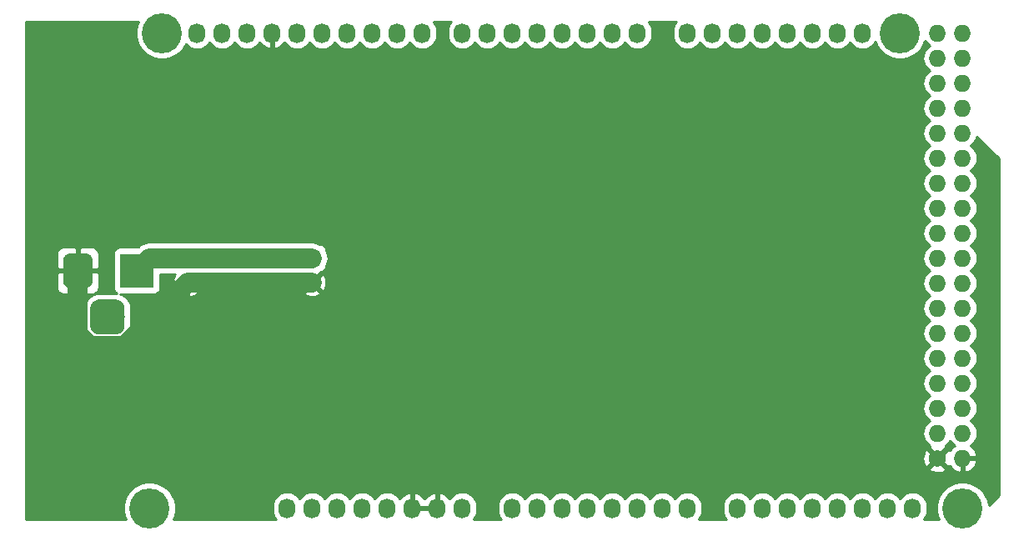
<source format=gtl>
G04 #@! TF.GenerationSoftware,KiCad,Pcbnew,(5.1.2-1)-1*
G04 #@! TF.CreationDate,2019-07-15T16:17:59+09:00*
G04 #@! TF.ProjectId,base-shield,62617365-2d73-4686-9965-6c642e6b6963,rev?*
G04 #@! TF.SameCoordinates,PX6296c50PY74079d0*
G04 #@! TF.FileFunction,Copper,L1,Top*
G04 #@! TF.FilePolarity,Positive*
%FSLAX46Y46*%
G04 Gerber Fmt 4.6, Leading zero omitted, Abs format (unit mm)*
G04 Created by KiCad (PCBNEW (5.1.2-1)-1) date 2019-07-15 16:17:59*
%MOMM*%
%LPD*%
G04 APERTURE LIST*
%ADD10C,1.727200*%
%ADD11O,1.727200X1.727200*%
%ADD12O,1.727200X2.032000*%
%ADD13C,4.064000*%
%ADD14R,1.600000X1.600000*%
%ADD15C,1.600000*%
%ADD16R,3.500000X3.500000*%
%ADD17C,0.100000*%
%ADD18C,3.000000*%
%ADD19C,3.500000*%
%ADD20R,1.700000X1.700000*%
%ADD21O,1.700000X1.700000*%
%ADD22C,1.200000*%
%ADD23C,2.000000*%
%ADD24C,0.254000*%
G04 APERTURE END LIST*
D10*
X93980000Y7620000D03*
D11*
X96520000Y7620000D03*
X93980000Y10160000D03*
X96520000Y10160000D03*
X93980000Y12700000D03*
X96520000Y12700000D03*
X93980000Y15240000D03*
X96520000Y15240000D03*
X93980000Y17780000D03*
X96520000Y17780000D03*
X93980000Y20320000D03*
X96520000Y20320000D03*
X93980000Y22860000D03*
X96520000Y22860000D03*
X93980000Y25400000D03*
X96520000Y25400000D03*
X93980000Y27940000D03*
X96520000Y27940000D03*
X93980000Y30480000D03*
X96520000Y30480000D03*
X93980000Y33020000D03*
X96520000Y33020000D03*
X93980000Y35560000D03*
X96520000Y35560000D03*
X93980000Y38100000D03*
X96520000Y38100000D03*
X93980000Y40640000D03*
X96520000Y40640000D03*
X93980000Y43180000D03*
X96520000Y43180000D03*
X93980000Y45720000D03*
X96520000Y45720000D03*
X93980000Y48260000D03*
X96520000Y48260000D03*
X93980000Y50800000D03*
X96520000Y50800000D03*
D12*
X27940000Y2540000D03*
X30480000Y2540000D03*
X33020000Y2540000D03*
X35560000Y2540000D03*
X38100000Y2540000D03*
X40640000Y2540000D03*
X43180000Y2540000D03*
X45720000Y2540000D03*
X50800000Y2540000D03*
X53340000Y2540000D03*
X55880000Y2540000D03*
X58420000Y2540000D03*
X60960000Y2540000D03*
X63500000Y2540000D03*
X66040000Y2540000D03*
X68580000Y2540000D03*
X73660000Y2540000D03*
X76200000Y2540000D03*
X78740000Y2540000D03*
X81280000Y2540000D03*
X83820000Y2540000D03*
X86360000Y2540000D03*
X88900000Y2540000D03*
X91440000Y2540000D03*
X18796000Y50800000D03*
X21336000Y50800000D03*
X23876000Y50800000D03*
X26416000Y50800000D03*
X28956000Y50800000D03*
X31496000Y50800000D03*
X34036000Y50800000D03*
X36576000Y50800000D03*
X39116000Y50800000D03*
X41656000Y50800000D03*
X45720000Y50800000D03*
X48260000Y50800000D03*
X50800000Y50800000D03*
X53340000Y50800000D03*
X55880000Y50800000D03*
X58420000Y50800000D03*
X60960000Y50800000D03*
X63500000Y50800000D03*
X68580000Y50800000D03*
X71120000Y50800000D03*
X73660000Y50800000D03*
X76200000Y50800000D03*
X78740000Y50800000D03*
X81280000Y50800000D03*
X83820000Y50800000D03*
X86360000Y50800000D03*
D13*
X13970000Y2540000D03*
X96520000Y2540000D03*
X15240000Y50800000D03*
X90170000Y50800000D03*
D14*
X30480000Y27940000D03*
D15*
X30480000Y25440000D03*
D16*
X12700000Y26670000D03*
D17*
G36*
X7523513Y28416389D02*
G01*
X7596318Y28405589D01*
X7667714Y28387705D01*
X7737013Y28362910D01*
X7803548Y28331441D01*
X7866678Y28293602D01*
X7925795Y28249758D01*
X7980330Y28200330D01*
X8029758Y28145795D01*
X8073602Y28086678D01*
X8111441Y28023548D01*
X8142910Y27957013D01*
X8167705Y27887714D01*
X8185589Y27816318D01*
X8196389Y27743513D01*
X8200000Y27670000D01*
X8200000Y25670000D01*
X8196389Y25596487D01*
X8185589Y25523682D01*
X8167705Y25452286D01*
X8142910Y25382987D01*
X8111441Y25316452D01*
X8073602Y25253322D01*
X8029758Y25194205D01*
X7980330Y25139670D01*
X7925795Y25090242D01*
X7866678Y25046398D01*
X7803548Y25008559D01*
X7737013Y24977090D01*
X7667714Y24952295D01*
X7596318Y24934411D01*
X7523513Y24923611D01*
X7450000Y24920000D01*
X5950000Y24920000D01*
X5876487Y24923611D01*
X5803682Y24934411D01*
X5732286Y24952295D01*
X5662987Y24977090D01*
X5596452Y25008559D01*
X5533322Y25046398D01*
X5474205Y25090242D01*
X5419670Y25139670D01*
X5370242Y25194205D01*
X5326398Y25253322D01*
X5288559Y25316452D01*
X5257090Y25382987D01*
X5232295Y25452286D01*
X5214411Y25523682D01*
X5203611Y25596487D01*
X5200000Y25670000D01*
X5200000Y27670000D01*
X5203611Y27743513D01*
X5214411Y27816318D01*
X5232295Y27887714D01*
X5257090Y27957013D01*
X5288559Y28023548D01*
X5326398Y28086678D01*
X5370242Y28145795D01*
X5419670Y28200330D01*
X5474205Y28249758D01*
X5533322Y28293602D01*
X5596452Y28331441D01*
X5662987Y28362910D01*
X5732286Y28387705D01*
X5803682Y28405589D01*
X5876487Y28416389D01*
X5950000Y28420000D01*
X7450000Y28420000D01*
X7523513Y28416389D01*
X7523513Y28416389D01*
G37*
D18*
X6700000Y26670000D03*
D17*
G36*
X10660765Y23715787D02*
G01*
X10745704Y23703187D01*
X10828999Y23682323D01*
X10909848Y23653395D01*
X10987472Y23616681D01*
X11061124Y23572536D01*
X11130094Y23521384D01*
X11193718Y23463718D01*
X11251384Y23400094D01*
X11302536Y23331124D01*
X11346681Y23257472D01*
X11383395Y23179848D01*
X11412323Y23098999D01*
X11433187Y23015704D01*
X11445787Y22930765D01*
X11450000Y22845000D01*
X11450000Y21095000D01*
X11445787Y21009235D01*
X11433187Y20924296D01*
X11412323Y20841001D01*
X11383395Y20760152D01*
X11346681Y20682528D01*
X11302536Y20608876D01*
X11251384Y20539906D01*
X11193718Y20476282D01*
X11130094Y20418616D01*
X11061124Y20367464D01*
X10987472Y20323319D01*
X10909848Y20286605D01*
X10828999Y20257677D01*
X10745704Y20236813D01*
X10660765Y20224213D01*
X10575000Y20220000D01*
X8825000Y20220000D01*
X8739235Y20224213D01*
X8654296Y20236813D01*
X8571001Y20257677D01*
X8490152Y20286605D01*
X8412528Y20323319D01*
X8338876Y20367464D01*
X8269906Y20418616D01*
X8206282Y20476282D01*
X8148616Y20539906D01*
X8097464Y20608876D01*
X8053319Y20682528D01*
X8016605Y20760152D01*
X7987677Y20841001D01*
X7966813Y20924296D01*
X7954213Y21009235D01*
X7950000Y21095000D01*
X7950000Y22845000D01*
X7954213Y22930765D01*
X7966813Y23015704D01*
X7987677Y23098999D01*
X8016605Y23179848D01*
X8053319Y23257472D01*
X8097464Y23331124D01*
X8148616Y23400094D01*
X8206282Y23463718D01*
X8269906Y23521384D01*
X8338876Y23572536D01*
X8412528Y23616681D01*
X8490152Y23653395D01*
X8571001Y23682323D01*
X8654296Y23703187D01*
X8739235Y23715787D01*
X8825000Y23720000D01*
X10575000Y23720000D01*
X10660765Y23715787D01*
X10660765Y23715787D01*
G37*
D19*
X9700000Y21970000D03*
D20*
X17780000Y27940000D03*
D21*
X17780000Y25400000D03*
D22*
X30440000Y25400000D02*
X30480000Y25440000D01*
D23*
X17820000Y25440000D02*
X17780000Y25400000D01*
X30480000Y25440000D02*
X17820000Y25440000D01*
X6700000Y20285492D02*
X6700000Y26670000D01*
X11434498Y19019990D02*
X7965502Y19019990D01*
X16930001Y24515493D02*
X11434498Y19019990D01*
X16930001Y24550001D02*
X16930001Y24515493D01*
X7965502Y19019990D02*
X6700000Y20285492D01*
X17780000Y25400000D02*
X16930001Y24550001D01*
X13970000Y27940000D02*
X17780000Y27940000D01*
X12700000Y26670000D02*
X13970000Y27940000D01*
X17780000Y27940000D02*
X30480000Y27940000D01*
D24*
G36*
X12675492Y51577935D02*
G01*
X12573000Y51062677D01*
X12573000Y50537323D01*
X12675492Y50022065D01*
X12876536Y49536702D01*
X13168406Y49099887D01*
X13539887Y48728406D01*
X13976702Y48436536D01*
X14462065Y48235492D01*
X14977323Y48133000D01*
X15502677Y48133000D01*
X16017935Y48235492D01*
X16503298Y48436536D01*
X16940113Y48728406D01*
X17311594Y49099887D01*
X17603464Y49536702D01*
X17659001Y49670781D01*
X17731203Y49582803D01*
X17959395Y49395531D01*
X18219737Y49256375D01*
X18502224Y49170684D01*
X18796000Y49141749D01*
X19089777Y49170684D01*
X19372264Y49256375D01*
X19632606Y49395531D01*
X19860797Y49582803D01*
X20048069Y49810994D01*
X20066000Y49844541D01*
X20083931Y49810994D01*
X20271203Y49582803D01*
X20499395Y49395531D01*
X20759737Y49256375D01*
X21042224Y49170684D01*
X21336000Y49141749D01*
X21629777Y49170684D01*
X21912264Y49256375D01*
X22172606Y49395531D01*
X22400797Y49582803D01*
X22588069Y49810994D01*
X22606000Y49844541D01*
X22623931Y49810994D01*
X22811203Y49582803D01*
X23039395Y49395531D01*
X23299737Y49256375D01*
X23582224Y49170684D01*
X23876000Y49141749D01*
X24169777Y49170684D01*
X24452264Y49256375D01*
X24712606Y49395531D01*
X24940797Y49582803D01*
X25128069Y49810994D01*
X25149424Y49850947D01*
X25297514Y49648271D01*
X25513965Y49449267D01*
X25765081Y49296314D01*
X26041211Y49195291D01*
X26056974Y49192642D01*
X26289000Y49313783D01*
X26289000Y50673000D01*
X26269000Y50673000D01*
X26269000Y50927000D01*
X26289000Y50927000D01*
X26289000Y50947000D01*
X26543000Y50947000D01*
X26543000Y50927000D01*
X26563000Y50927000D01*
X26563000Y50673000D01*
X26543000Y50673000D01*
X26543000Y49313783D01*
X26775026Y49192642D01*
X26790789Y49195291D01*
X27066919Y49296314D01*
X27318035Y49449267D01*
X27534486Y49648271D01*
X27682576Y49850947D01*
X27703931Y49810994D01*
X27891203Y49582803D01*
X28119395Y49395531D01*
X28379737Y49256375D01*
X28662224Y49170684D01*
X28956000Y49141749D01*
X29249777Y49170684D01*
X29532264Y49256375D01*
X29792606Y49395531D01*
X30020797Y49582803D01*
X30208069Y49810994D01*
X30226000Y49844541D01*
X30243931Y49810994D01*
X30431203Y49582803D01*
X30659395Y49395531D01*
X30919737Y49256375D01*
X31202224Y49170684D01*
X31496000Y49141749D01*
X31789777Y49170684D01*
X32072264Y49256375D01*
X32332606Y49395531D01*
X32560797Y49582803D01*
X32748069Y49810994D01*
X32766000Y49844541D01*
X32783931Y49810994D01*
X32971203Y49582803D01*
X33199395Y49395531D01*
X33459737Y49256375D01*
X33742224Y49170684D01*
X34036000Y49141749D01*
X34329777Y49170684D01*
X34612264Y49256375D01*
X34872606Y49395531D01*
X35100797Y49582803D01*
X35288069Y49810994D01*
X35306000Y49844541D01*
X35323931Y49810994D01*
X35511203Y49582803D01*
X35739395Y49395531D01*
X35999737Y49256375D01*
X36282224Y49170684D01*
X36576000Y49141749D01*
X36869777Y49170684D01*
X37152264Y49256375D01*
X37412606Y49395531D01*
X37640797Y49582803D01*
X37828069Y49810994D01*
X37846000Y49844541D01*
X37863931Y49810994D01*
X38051203Y49582803D01*
X38279395Y49395531D01*
X38539737Y49256375D01*
X38822224Y49170684D01*
X39116000Y49141749D01*
X39409777Y49170684D01*
X39692264Y49256375D01*
X39952606Y49395531D01*
X40180797Y49582803D01*
X40368069Y49810994D01*
X40386000Y49844541D01*
X40403931Y49810994D01*
X40591203Y49582803D01*
X40819395Y49395531D01*
X41079737Y49256375D01*
X41362224Y49170684D01*
X41656000Y49141749D01*
X41949777Y49170684D01*
X42232264Y49256375D01*
X42492606Y49395531D01*
X42720797Y49582803D01*
X42908069Y49810994D01*
X43047225Y50071337D01*
X43132916Y50353824D01*
X43154600Y50573982D01*
X43154600Y51026019D01*
X43132916Y51246177D01*
X43047225Y51528664D01*
X42908069Y51789006D01*
X42781689Y51943000D01*
X44594311Y51943000D01*
X44467931Y51789005D01*
X44328775Y51528663D01*
X44243084Y51246176D01*
X44221400Y51026018D01*
X44221400Y50573981D01*
X44243084Y50353823D01*
X44328775Y50071336D01*
X44467931Y49810994D01*
X44655203Y49582803D01*
X44883395Y49395531D01*
X45143737Y49256375D01*
X45426224Y49170684D01*
X45720000Y49141749D01*
X46013777Y49170684D01*
X46296264Y49256375D01*
X46556606Y49395531D01*
X46784797Y49582803D01*
X46972069Y49810994D01*
X46990000Y49844541D01*
X47007931Y49810994D01*
X47195203Y49582803D01*
X47423395Y49395531D01*
X47683737Y49256375D01*
X47966224Y49170684D01*
X48260000Y49141749D01*
X48553777Y49170684D01*
X48836264Y49256375D01*
X49096606Y49395531D01*
X49324797Y49582803D01*
X49512069Y49810994D01*
X49530000Y49844541D01*
X49547931Y49810994D01*
X49735203Y49582803D01*
X49963395Y49395531D01*
X50223737Y49256375D01*
X50506224Y49170684D01*
X50800000Y49141749D01*
X51093777Y49170684D01*
X51376264Y49256375D01*
X51636606Y49395531D01*
X51864797Y49582803D01*
X52052069Y49810994D01*
X52070000Y49844541D01*
X52087931Y49810994D01*
X52275203Y49582803D01*
X52503395Y49395531D01*
X52763737Y49256375D01*
X53046224Y49170684D01*
X53340000Y49141749D01*
X53633777Y49170684D01*
X53916264Y49256375D01*
X54176606Y49395531D01*
X54404797Y49582803D01*
X54592069Y49810994D01*
X54610000Y49844541D01*
X54627931Y49810994D01*
X54815203Y49582803D01*
X55043395Y49395531D01*
X55303737Y49256375D01*
X55586224Y49170684D01*
X55880000Y49141749D01*
X56173777Y49170684D01*
X56456264Y49256375D01*
X56716606Y49395531D01*
X56944797Y49582803D01*
X57132069Y49810994D01*
X57150000Y49844541D01*
X57167931Y49810994D01*
X57355203Y49582803D01*
X57583395Y49395531D01*
X57843737Y49256375D01*
X58126224Y49170684D01*
X58420000Y49141749D01*
X58713777Y49170684D01*
X58996264Y49256375D01*
X59256606Y49395531D01*
X59484797Y49582803D01*
X59672069Y49810994D01*
X59690000Y49844541D01*
X59707931Y49810994D01*
X59895203Y49582803D01*
X60123395Y49395531D01*
X60383737Y49256375D01*
X60666224Y49170684D01*
X60960000Y49141749D01*
X61253777Y49170684D01*
X61536264Y49256375D01*
X61796606Y49395531D01*
X62024797Y49582803D01*
X62212069Y49810994D01*
X62230000Y49844541D01*
X62247931Y49810994D01*
X62435203Y49582803D01*
X62663395Y49395531D01*
X62923737Y49256375D01*
X63206224Y49170684D01*
X63500000Y49141749D01*
X63793777Y49170684D01*
X64076264Y49256375D01*
X64336606Y49395531D01*
X64564797Y49582803D01*
X64752069Y49810994D01*
X64891225Y50071337D01*
X64976916Y50353824D01*
X64998600Y50573982D01*
X64998600Y51026019D01*
X64976916Y51246177D01*
X64891225Y51528664D01*
X64752069Y51789006D01*
X64625689Y51943000D01*
X67454311Y51943000D01*
X67327931Y51789005D01*
X67188775Y51528663D01*
X67103084Y51246176D01*
X67081400Y51026018D01*
X67081400Y50573981D01*
X67103084Y50353823D01*
X67188775Y50071336D01*
X67327931Y49810994D01*
X67515203Y49582803D01*
X67743395Y49395531D01*
X68003737Y49256375D01*
X68286224Y49170684D01*
X68580000Y49141749D01*
X68873777Y49170684D01*
X69156264Y49256375D01*
X69416606Y49395531D01*
X69644797Y49582803D01*
X69832069Y49810994D01*
X69850000Y49844541D01*
X69867931Y49810994D01*
X70055203Y49582803D01*
X70283395Y49395531D01*
X70543737Y49256375D01*
X70826224Y49170684D01*
X71120000Y49141749D01*
X71413777Y49170684D01*
X71696264Y49256375D01*
X71956606Y49395531D01*
X72184797Y49582803D01*
X72372069Y49810994D01*
X72390000Y49844541D01*
X72407931Y49810994D01*
X72595203Y49582803D01*
X72823395Y49395531D01*
X73083737Y49256375D01*
X73366224Y49170684D01*
X73660000Y49141749D01*
X73953777Y49170684D01*
X74236264Y49256375D01*
X74496606Y49395531D01*
X74724797Y49582803D01*
X74912069Y49810994D01*
X74930000Y49844541D01*
X74947931Y49810994D01*
X75135203Y49582803D01*
X75363395Y49395531D01*
X75623737Y49256375D01*
X75906224Y49170684D01*
X76200000Y49141749D01*
X76493777Y49170684D01*
X76776264Y49256375D01*
X77036606Y49395531D01*
X77264797Y49582803D01*
X77452069Y49810994D01*
X77470000Y49844541D01*
X77487931Y49810994D01*
X77675203Y49582803D01*
X77903395Y49395531D01*
X78163737Y49256375D01*
X78446224Y49170684D01*
X78740000Y49141749D01*
X79033777Y49170684D01*
X79316264Y49256375D01*
X79576606Y49395531D01*
X79804797Y49582803D01*
X79992069Y49810994D01*
X80010000Y49844541D01*
X80027931Y49810994D01*
X80215203Y49582803D01*
X80443395Y49395531D01*
X80703737Y49256375D01*
X80986224Y49170684D01*
X81280000Y49141749D01*
X81573777Y49170684D01*
X81856264Y49256375D01*
X82116606Y49395531D01*
X82344797Y49582803D01*
X82532069Y49810994D01*
X82550000Y49844541D01*
X82567931Y49810994D01*
X82755203Y49582803D01*
X82983395Y49395531D01*
X83243737Y49256375D01*
X83526224Y49170684D01*
X83820000Y49141749D01*
X84113777Y49170684D01*
X84396264Y49256375D01*
X84656606Y49395531D01*
X84884797Y49582803D01*
X85072069Y49810994D01*
X85090000Y49844541D01*
X85107931Y49810994D01*
X85295203Y49582803D01*
X85523395Y49395531D01*
X85783737Y49256375D01*
X86066224Y49170684D01*
X86360000Y49141749D01*
X86653777Y49170684D01*
X86936264Y49256375D01*
X87196606Y49395531D01*
X87424797Y49582803D01*
X87612069Y49810994D01*
X87657621Y49896215D01*
X87806536Y49536702D01*
X88098406Y49099887D01*
X88469887Y48728406D01*
X88906702Y48436536D01*
X89392065Y48235492D01*
X89907323Y48133000D01*
X90432677Y48133000D01*
X90947935Y48235492D01*
X91433298Y48436536D01*
X91870113Y48728406D01*
X92241594Y49099887D01*
X92533464Y49536702D01*
X92717945Y49982077D01*
X92727931Y49963394D01*
X92915203Y49735203D01*
X93143394Y49547931D01*
X93176940Y49530000D01*
X93143394Y49512069D01*
X92915203Y49324797D01*
X92727931Y49096606D01*
X92588775Y48836264D01*
X92503084Y48553777D01*
X92474149Y48260000D01*
X92503084Y47966223D01*
X92588775Y47683736D01*
X92727931Y47423394D01*
X92915203Y47195203D01*
X93143394Y47007931D01*
X93176940Y46990000D01*
X93143394Y46972069D01*
X92915203Y46784797D01*
X92727931Y46556606D01*
X92588775Y46296264D01*
X92503084Y46013777D01*
X92474149Y45720000D01*
X92503084Y45426223D01*
X92588775Y45143736D01*
X92727931Y44883394D01*
X92915203Y44655203D01*
X93143394Y44467931D01*
X93176940Y44450000D01*
X93143394Y44432069D01*
X92915203Y44244797D01*
X92727931Y44016606D01*
X92588775Y43756264D01*
X92503084Y43473777D01*
X92474149Y43180000D01*
X92503084Y42886223D01*
X92588775Y42603736D01*
X92727931Y42343394D01*
X92915203Y42115203D01*
X93143394Y41927931D01*
X93176940Y41910000D01*
X93143394Y41892069D01*
X92915203Y41704797D01*
X92727931Y41476606D01*
X92588775Y41216264D01*
X92503084Y40933777D01*
X92474149Y40640000D01*
X92503084Y40346223D01*
X92588775Y40063736D01*
X92727931Y39803394D01*
X92915203Y39575203D01*
X93143394Y39387931D01*
X93176940Y39370000D01*
X93143394Y39352069D01*
X92915203Y39164797D01*
X92727931Y38936606D01*
X92588775Y38676264D01*
X92503084Y38393777D01*
X92474149Y38100000D01*
X92503084Y37806223D01*
X92588775Y37523736D01*
X92727931Y37263394D01*
X92915203Y37035203D01*
X93143394Y36847931D01*
X93176940Y36830000D01*
X93143394Y36812069D01*
X92915203Y36624797D01*
X92727931Y36396606D01*
X92588775Y36136264D01*
X92503084Y35853777D01*
X92474149Y35560000D01*
X92503084Y35266223D01*
X92588775Y34983736D01*
X92727931Y34723394D01*
X92915203Y34495203D01*
X93143394Y34307931D01*
X93176940Y34290000D01*
X93143394Y34272069D01*
X92915203Y34084797D01*
X92727931Y33856606D01*
X92588775Y33596264D01*
X92503084Y33313777D01*
X92474149Y33020000D01*
X92503084Y32726223D01*
X92588775Y32443736D01*
X92727931Y32183394D01*
X92915203Y31955203D01*
X93143394Y31767931D01*
X93176940Y31750000D01*
X93143394Y31732069D01*
X92915203Y31544797D01*
X92727931Y31316606D01*
X92588775Y31056264D01*
X92503084Y30773777D01*
X92474149Y30480000D01*
X92503084Y30186223D01*
X92588775Y29903736D01*
X92727931Y29643394D01*
X92915203Y29415203D01*
X93143394Y29227931D01*
X93176940Y29210000D01*
X93143394Y29192069D01*
X92915203Y29004797D01*
X92727931Y28776606D01*
X92588775Y28516264D01*
X92503084Y28233777D01*
X92474149Y27940000D01*
X92503084Y27646223D01*
X92588775Y27363736D01*
X92727931Y27103394D01*
X92915203Y26875203D01*
X93143394Y26687931D01*
X93176940Y26670000D01*
X93143394Y26652069D01*
X92915203Y26464797D01*
X92727931Y26236606D01*
X92588775Y25976264D01*
X92503084Y25693777D01*
X92474149Y25400000D01*
X92503084Y25106223D01*
X92588775Y24823736D01*
X92727931Y24563394D01*
X92915203Y24335203D01*
X93143394Y24147931D01*
X93176940Y24130000D01*
X93143394Y24112069D01*
X92915203Y23924797D01*
X92727931Y23696606D01*
X92588775Y23436264D01*
X92503084Y23153777D01*
X92474149Y22860000D01*
X92503084Y22566223D01*
X92588775Y22283736D01*
X92727931Y22023394D01*
X92915203Y21795203D01*
X93143394Y21607931D01*
X93176940Y21590000D01*
X93143394Y21572069D01*
X92915203Y21384797D01*
X92727931Y21156606D01*
X92588775Y20896264D01*
X92503084Y20613777D01*
X92474149Y20320000D01*
X92503084Y20026223D01*
X92588775Y19743736D01*
X92727931Y19483394D01*
X92915203Y19255203D01*
X93143394Y19067931D01*
X93176940Y19050000D01*
X93143394Y19032069D01*
X92915203Y18844797D01*
X92727931Y18616606D01*
X92588775Y18356264D01*
X92503084Y18073777D01*
X92474149Y17780000D01*
X92503084Y17486223D01*
X92588775Y17203736D01*
X92727931Y16943394D01*
X92915203Y16715203D01*
X93143394Y16527931D01*
X93176940Y16510000D01*
X93143394Y16492069D01*
X92915203Y16304797D01*
X92727931Y16076606D01*
X92588775Y15816264D01*
X92503084Y15533777D01*
X92474149Y15240000D01*
X92503084Y14946223D01*
X92588775Y14663736D01*
X92727931Y14403394D01*
X92915203Y14175203D01*
X93143394Y13987931D01*
X93176940Y13970000D01*
X93143394Y13952069D01*
X92915203Y13764797D01*
X92727931Y13536606D01*
X92588775Y13276264D01*
X92503084Y12993777D01*
X92474149Y12700000D01*
X92503084Y12406223D01*
X92588775Y12123736D01*
X92727931Y11863394D01*
X92915203Y11635203D01*
X93143394Y11447931D01*
X93176940Y11430000D01*
X93143394Y11412069D01*
X92915203Y11224797D01*
X92727931Y10996606D01*
X92588775Y10736264D01*
X92503084Y10453777D01*
X92474149Y10160000D01*
X92503084Y9866223D01*
X92588775Y9583736D01*
X92727931Y9323394D01*
X92915203Y9095203D01*
X93143394Y8907931D01*
X93192305Y8881787D01*
X93121501Y8658104D01*
X93980000Y7799605D01*
X94838499Y8658104D01*
X94767695Y8881787D01*
X94816606Y8907931D01*
X95044797Y9095203D01*
X95232069Y9323394D01*
X95250000Y9356940D01*
X95267931Y9323394D01*
X95455203Y9095203D01*
X95683394Y8907931D01*
X95723433Y8886530D01*
X95509707Y8726854D01*
X95313183Y8508488D01*
X95251434Y8404641D01*
X95018104Y8478499D01*
X94159605Y7620000D01*
X95018104Y6761501D01*
X95251434Y6835359D01*
X95313183Y6731512D01*
X95509707Y6513146D01*
X95745056Y6337316D01*
X96010186Y6210778D01*
X96160974Y6165042D01*
X96393000Y6286183D01*
X96393000Y7493000D01*
X96647000Y7493000D01*
X96647000Y6286183D01*
X96879026Y6165042D01*
X97029814Y6210778D01*
X97294944Y6337316D01*
X97530293Y6513146D01*
X97726817Y6731512D01*
X97876964Y6984022D01*
X97974963Y7260973D01*
X97854464Y7493000D01*
X96647000Y7493000D01*
X96393000Y7493000D01*
X96373000Y7493000D01*
X96373000Y7747000D01*
X96393000Y7747000D01*
X96393000Y7767000D01*
X96647000Y7767000D01*
X96647000Y7747000D01*
X97854464Y7747000D01*
X97974963Y7979027D01*
X97876964Y8255978D01*
X97726817Y8508488D01*
X97530293Y8726854D01*
X97316567Y8886530D01*
X97356606Y8907931D01*
X97584797Y9095203D01*
X97772069Y9323394D01*
X97911225Y9583736D01*
X97996916Y9866223D01*
X98025851Y10160000D01*
X97996916Y10453777D01*
X97911225Y10736264D01*
X97772069Y10996606D01*
X97584797Y11224797D01*
X97356606Y11412069D01*
X97323060Y11430000D01*
X97356606Y11447931D01*
X97584797Y11635203D01*
X97772069Y11863394D01*
X97911225Y12123736D01*
X97996916Y12406223D01*
X98025851Y12700000D01*
X97996916Y12993777D01*
X97911225Y13276264D01*
X97772069Y13536606D01*
X97584797Y13764797D01*
X97356606Y13952069D01*
X97323060Y13970000D01*
X97356606Y13987931D01*
X97584797Y14175203D01*
X97772069Y14403394D01*
X97911225Y14663736D01*
X97996916Y14946223D01*
X98025851Y15240000D01*
X97996916Y15533777D01*
X97911225Y15816264D01*
X97772069Y16076606D01*
X97584797Y16304797D01*
X97356606Y16492069D01*
X97323060Y16510000D01*
X97356606Y16527931D01*
X97584797Y16715203D01*
X97772069Y16943394D01*
X97911225Y17203736D01*
X97996916Y17486223D01*
X98025851Y17780000D01*
X97996916Y18073777D01*
X97911225Y18356264D01*
X97772069Y18616606D01*
X97584797Y18844797D01*
X97356606Y19032069D01*
X97323060Y19050000D01*
X97356606Y19067931D01*
X97584797Y19255203D01*
X97772069Y19483394D01*
X97911225Y19743736D01*
X97996916Y20026223D01*
X98025851Y20320000D01*
X97996916Y20613777D01*
X97911225Y20896264D01*
X97772069Y21156606D01*
X97584797Y21384797D01*
X97356606Y21572069D01*
X97323060Y21590000D01*
X97356606Y21607931D01*
X97584797Y21795203D01*
X97772069Y22023394D01*
X97911225Y22283736D01*
X97996916Y22566223D01*
X98025851Y22860000D01*
X97996916Y23153777D01*
X97911225Y23436264D01*
X97772069Y23696606D01*
X97584797Y23924797D01*
X97356606Y24112069D01*
X97323060Y24130000D01*
X97356606Y24147931D01*
X97584797Y24335203D01*
X97772069Y24563394D01*
X97911225Y24823736D01*
X97996916Y25106223D01*
X98025851Y25400000D01*
X97996916Y25693777D01*
X97911225Y25976264D01*
X97772069Y26236606D01*
X97584797Y26464797D01*
X97356606Y26652069D01*
X97323060Y26670000D01*
X97356606Y26687931D01*
X97584797Y26875203D01*
X97772069Y27103394D01*
X97911225Y27363736D01*
X97996916Y27646223D01*
X98025851Y27940000D01*
X97996916Y28233777D01*
X97911225Y28516264D01*
X97772069Y28776606D01*
X97584797Y29004797D01*
X97356606Y29192069D01*
X97323060Y29210000D01*
X97356606Y29227931D01*
X97584797Y29415203D01*
X97772069Y29643394D01*
X97911225Y29903736D01*
X97996916Y30186223D01*
X98025851Y30480000D01*
X97996916Y30773777D01*
X97911225Y31056264D01*
X97772069Y31316606D01*
X97584797Y31544797D01*
X97356606Y31732069D01*
X97323060Y31750000D01*
X97356606Y31767931D01*
X97584797Y31955203D01*
X97772069Y32183394D01*
X97911225Y32443736D01*
X97996916Y32726223D01*
X98025851Y33020000D01*
X97996916Y33313777D01*
X97911225Y33596264D01*
X97772069Y33856606D01*
X97584797Y34084797D01*
X97356606Y34272069D01*
X97323060Y34290000D01*
X97356606Y34307931D01*
X97584797Y34495203D01*
X97772069Y34723394D01*
X97911225Y34983736D01*
X97996916Y35266223D01*
X98025851Y35560000D01*
X97996916Y35853777D01*
X97911225Y36136264D01*
X97772069Y36396606D01*
X97584797Y36624797D01*
X97356606Y36812069D01*
X97323060Y36830000D01*
X97356606Y36847931D01*
X97584797Y37035203D01*
X97772069Y37263394D01*
X97911225Y37523736D01*
X97996916Y37806223D01*
X98025851Y38100000D01*
X97996916Y38393777D01*
X97911225Y38676264D01*
X97772069Y38936606D01*
X97584797Y39164797D01*
X97356606Y39352069D01*
X97323060Y39370000D01*
X97356606Y39387931D01*
X97584797Y39575203D01*
X97772069Y39803394D01*
X97911225Y40063736D01*
X97975330Y40275064D01*
X100203000Y38047394D01*
X100203000Y3862606D01*
X99179712Y2839318D01*
X99084508Y3317935D01*
X98883464Y3803298D01*
X98591594Y4240113D01*
X98220113Y4611594D01*
X97783298Y4903464D01*
X97297935Y5104508D01*
X96782677Y5207000D01*
X96257323Y5207000D01*
X95742065Y5104508D01*
X95256702Y4903464D01*
X94819887Y4611594D01*
X94448406Y4240113D01*
X94156536Y3803298D01*
X93955492Y3317935D01*
X93853000Y2802677D01*
X93853000Y2277323D01*
X93955492Y1762065D01*
X94106707Y1397000D01*
X92565689Y1397000D01*
X92692069Y1550994D01*
X92831225Y1811337D01*
X92916916Y2093824D01*
X92938600Y2313982D01*
X92938600Y2766019D01*
X92916916Y2986177D01*
X92831225Y3268664D01*
X92692069Y3529006D01*
X92504797Y3757197D01*
X92276605Y3944469D01*
X92016263Y4083625D01*
X91733776Y4169316D01*
X91440000Y4198251D01*
X91146223Y4169316D01*
X90863736Y4083625D01*
X90603394Y3944469D01*
X90375203Y3757197D01*
X90187931Y3529005D01*
X90170000Y3495459D01*
X90152069Y3529006D01*
X89964797Y3757197D01*
X89736605Y3944469D01*
X89476263Y4083625D01*
X89193776Y4169316D01*
X88900000Y4198251D01*
X88606223Y4169316D01*
X88323736Y4083625D01*
X88063394Y3944469D01*
X87835203Y3757197D01*
X87647931Y3529005D01*
X87630000Y3495459D01*
X87612069Y3529006D01*
X87424797Y3757197D01*
X87196605Y3944469D01*
X86936263Y4083625D01*
X86653776Y4169316D01*
X86360000Y4198251D01*
X86066223Y4169316D01*
X85783736Y4083625D01*
X85523394Y3944469D01*
X85295203Y3757197D01*
X85107931Y3529005D01*
X85090000Y3495459D01*
X85072069Y3529006D01*
X84884797Y3757197D01*
X84656605Y3944469D01*
X84396263Y4083625D01*
X84113776Y4169316D01*
X83820000Y4198251D01*
X83526223Y4169316D01*
X83243736Y4083625D01*
X82983394Y3944469D01*
X82755203Y3757197D01*
X82567931Y3529005D01*
X82550000Y3495459D01*
X82532069Y3529006D01*
X82344797Y3757197D01*
X82116605Y3944469D01*
X81856263Y4083625D01*
X81573776Y4169316D01*
X81280000Y4198251D01*
X80986223Y4169316D01*
X80703736Y4083625D01*
X80443394Y3944469D01*
X80215203Y3757197D01*
X80027931Y3529005D01*
X80010000Y3495459D01*
X79992069Y3529006D01*
X79804797Y3757197D01*
X79576605Y3944469D01*
X79316263Y4083625D01*
X79033776Y4169316D01*
X78740000Y4198251D01*
X78446223Y4169316D01*
X78163736Y4083625D01*
X77903394Y3944469D01*
X77675203Y3757197D01*
X77487931Y3529005D01*
X77470000Y3495459D01*
X77452069Y3529006D01*
X77264797Y3757197D01*
X77036605Y3944469D01*
X76776263Y4083625D01*
X76493776Y4169316D01*
X76200000Y4198251D01*
X75906223Y4169316D01*
X75623736Y4083625D01*
X75363394Y3944469D01*
X75135203Y3757197D01*
X74947931Y3529005D01*
X74930000Y3495459D01*
X74912069Y3529006D01*
X74724797Y3757197D01*
X74496605Y3944469D01*
X74236263Y4083625D01*
X73953776Y4169316D01*
X73660000Y4198251D01*
X73366223Y4169316D01*
X73083736Y4083625D01*
X72823394Y3944469D01*
X72595203Y3757197D01*
X72407931Y3529005D01*
X72268775Y3268663D01*
X72183084Y2986176D01*
X72161400Y2766018D01*
X72161400Y2313981D01*
X72183084Y2093823D01*
X72268775Y1811336D01*
X72407931Y1550994D01*
X72534311Y1397000D01*
X69705689Y1397000D01*
X69832069Y1550994D01*
X69971225Y1811337D01*
X70056916Y2093824D01*
X70078600Y2313982D01*
X70078600Y2766019D01*
X70056916Y2986177D01*
X69971225Y3268664D01*
X69832069Y3529006D01*
X69644797Y3757197D01*
X69416605Y3944469D01*
X69156263Y4083625D01*
X68873776Y4169316D01*
X68580000Y4198251D01*
X68286223Y4169316D01*
X68003736Y4083625D01*
X67743394Y3944469D01*
X67515203Y3757197D01*
X67327931Y3529005D01*
X67310000Y3495459D01*
X67292069Y3529006D01*
X67104797Y3757197D01*
X66876605Y3944469D01*
X66616263Y4083625D01*
X66333776Y4169316D01*
X66040000Y4198251D01*
X65746223Y4169316D01*
X65463736Y4083625D01*
X65203394Y3944469D01*
X64975203Y3757197D01*
X64787931Y3529005D01*
X64770000Y3495459D01*
X64752069Y3529006D01*
X64564797Y3757197D01*
X64336605Y3944469D01*
X64076263Y4083625D01*
X63793776Y4169316D01*
X63500000Y4198251D01*
X63206223Y4169316D01*
X62923736Y4083625D01*
X62663394Y3944469D01*
X62435203Y3757197D01*
X62247931Y3529005D01*
X62230000Y3495459D01*
X62212069Y3529006D01*
X62024797Y3757197D01*
X61796605Y3944469D01*
X61536263Y4083625D01*
X61253776Y4169316D01*
X60960000Y4198251D01*
X60666223Y4169316D01*
X60383736Y4083625D01*
X60123394Y3944469D01*
X59895203Y3757197D01*
X59707931Y3529005D01*
X59690000Y3495459D01*
X59672069Y3529006D01*
X59484797Y3757197D01*
X59256605Y3944469D01*
X58996263Y4083625D01*
X58713776Y4169316D01*
X58420000Y4198251D01*
X58126223Y4169316D01*
X57843736Y4083625D01*
X57583394Y3944469D01*
X57355203Y3757197D01*
X57167931Y3529005D01*
X57150000Y3495459D01*
X57132069Y3529006D01*
X56944797Y3757197D01*
X56716605Y3944469D01*
X56456263Y4083625D01*
X56173776Y4169316D01*
X55880000Y4198251D01*
X55586223Y4169316D01*
X55303736Y4083625D01*
X55043394Y3944469D01*
X54815203Y3757197D01*
X54627931Y3529005D01*
X54610000Y3495459D01*
X54592069Y3529006D01*
X54404797Y3757197D01*
X54176605Y3944469D01*
X53916263Y4083625D01*
X53633776Y4169316D01*
X53340000Y4198251D01*
X53046223Y4169316D01*
X52763736Y4083625D01*
X52503394Y3944469D01*
X52275203Y3757197D01*
X52087931Y3529005D01*
X52070000Y3495459D01*
X52052069Y3529006D01*
X51864797Y3757197D01*
X51636605Y3944469D01*
X51376263Y4083625D01*
X51093776Y4169316D01*
X50800000Y4198251D01*
X50506223Y4169316D01*
X50223736Y4083625D01*
X49963394Y3944469D01*
X49735203Y3757197D01*
X49547931Y3529005D01*
X49408775Y3268663D01*
X49323084Y2986176D01*
X49301400Y2766018D01*
X49301400Y2313981D01*
X49323084Y2093823D01*
X49408775Y1811336D01*
X49547931Y1550994D01*
X49674311Y1397000D01*
X46845689Y1397000D01*
X46972069Y1550994D01*
X47111225Y1811337D01*
X47196916Y2093824D01*
X47218600Y2313982D01*
X47218600Y2766019D01*
X47196916Y2986177D01*
X47111225Y3268664D01*
X46972069Y3529006D01*
X46784797Y3757197D01*
X46556605Y3944469D01*
X46296263Y4083625D01*
X46013776Y4169316D01*
X45720000Y4198251D01*
X45426223Y4169316D01*
X45143736Y4083625D01*
X44883394Y3944469D01*
X44655203Y3757197D01*
X44467931Y3529005D01*
X44446576Y3489053D01*
X44298486Y3691729D01*
X44082035Y3890733D01*
X43830919Y4043686D01*
X43554789Y4144709D01*
X43539026Y4147358D01*
X43307000Y4026217D01*
X43307000Y2667000D01*
X43327000Y2667000D01*
X43327000Y2413000D01*
X43307000Y2413000D01*
X43307000Y2393000D01*
X43053000Y2393000D01*
X43053000Y2413000D01*
X40767000Y2413000D01*
X40767000Y2393000D01*
X40513000Y2393000D01*
X40513000Y2413000D01*
X40493000Y2413000D01*
X40493000Y2667000D01*
X40513000Y2667000D01*
X40513000Y4026217D01*
X40767000Y4026217D01*
X40767000Y2667000D01*
X43053000Y2667000D01*
X43053000Y4026217D01*
X42820974Y4147358D01*
X42805211Y4144709D01*
X42529081Y4043686D01*
X42277965Y3890733D01*
X42061514Y3691729D01*
X41910000Y3484367D01*
X41758486Y3691729D01*
X41542035Y3890733D01*
X41290919Y4043686D01*
X41014789Y4144709D01*
X40999026Y4147358D01*
X40767000Y4026217D01*
X40513000Y4026217D01*
X40280974Y4147358D01*
X40265211Y4144709D01*
X39989081Y4043686D01*
X39737965Y3890733D01*
X39521514Y3691729D01*
X39373424Y3489053D01*
X39352069Y3529006D01*
X39164797Y3757197D01*
X38936605Y3944469D01*
X38676263Y4083625D01*
X38393776Y4169316D01*
X38100000Y4198251D01*
X37806223Y4169316D01*
X37523736Y4083625D01*
X37263394Y3944469D01*
X37035203Y3757197D01*
X36847931Y3529005D01*
X36830000Y3495459D01*
X36812069Y3529006D01*
X36624797Y3757197D01*
X36396605Y3944469D01*
X36136263Y4083625D01*
X35853776Y4169316D01*
X35560000Y4198251D01*
X35266223Y4169316D01*
X34983736Y4083625D01*
X34723394Y3944469D01*
X34495203Y3757197D01*
X34307931Y3529005D01*
X34290000Y3495459D01*
X34272069Y3529006D01*
X34084797Y3757197D01*
X33856605Y3944469D01*
X33596263Y4083625D01*
X33313776Y4169316D01*
X33020000Y4198251D01*
X32726223Y4169316D01*
X32443736Y4083625D01*
X32183394Y3944469D01*
X31955203Y3757197D01*
X31767931Y3529005D01*
X31750000Y3495459D01*
X31732069Y3529006D01*
X31544797Y3757197D01*
X31316605Y3944469D01*
X31056263Y4083625D01*
X30773776Y4169316D01*
X30480000Y4198251D01*
X30186223Y4169316D01*
X29903736Y4083625D01*
X29643394Y3944469D01*
X29415203Y3757197D01*
X29227931Y3529005D01*
X29210000Y3495459D01*
X29192069Y3529006D01*
X29004797Y3757197D01*
X28776605Y3944469D01*
X28516263Y4083625D01*
X28233776Y4169316D01*
X27940000Y4198251D01*
X27646223Y4169316D01*
X27363736Y4083625D01*
X27103394Y3944469D01*
X26875203Y3757197D01*
X26687931Y3529005D01*
X26548775Y3268663D01*
X26463084Y2986176D01*
X26441400Y2766018D01*
X26441400Y2313981D01*
X26463084Y2093823D01*
X26548775Y1811336D01*
X26687931Y1550994D01*
X26814311Y1397000D01*
X16383293Y1397000D01*
X16534508Y1762065D01*
X16637000Y2277323D01*
X16637000Y2802677D01*
X16534508Y3317935D01*
X16333464Y3803298D01*
X16041594Y4240113D01*
X15670113Y4611594D01*
X15233298Y4903464D01*
X14747935Y5104508D01*
X14232677Y5207000D01*
X13707323Y5207000D01*
X13192065Y5104508D01*
X12706702Y4903464D01*
X12269887Y4611594D01*
X11898406Y4240113D01*
X11606536Y3803298D01*
X11405492Y3317935D01*
X11303000Y2802677D01*
X11303000Y2277323D01*
X11405492Y1762065D01*
X11556707Y1397000D01*
X1397000Y1397000D01*
X1397000Y6581896D01*
X93121501Y6581896D01*
X93200782Y6331433D01*
X93467141Y6204174D01*
X93753210Y6131325D01*
X94047993Y6115685D01*
X94340164Y6157855D01*
X94618493Y6256214D01*
X94759218Y6331433D01*
X94838499Y6581896D01*
X93980000Y7440395D01*
X93121501Y6581896D01*
X1397000Y6581896D01*
X1397000Y7552007D01*
X92475685Y7552007D01*
X92517855Y7259836D01*
X92616214Y6981507D01*
X92691433Y6840782D01*
X92941896Y6761501D01*
X93800395Y7620000D01*
X92941896Y8478499D01*
X92691433Y8399218D01*
X92564174Y8132859D01*
X92491325Y7846790D01*
X92475685Y7552007D01*
X1397000Y7552007D01*
X1397000Y22845000D01*
X7311928Y22845000D01*
X7311928Y21095000D01*
X7341001Y20799814D01*
X7427104Y20515972D01*
X7566927Y20254382D01*
X7755097Y20025097D01*
X7984382Y19836927D01*
X8245972Y19697104D01*
X8529814Y19611001D01*
X8825000Y19581928D01*
X10575000Y19581928D01*
X10870186Y19611001D01*
X11154028Y19697104D01*
X11415618Y19836927D01*
X11644903Y20025097D01*
X11833073Y20254382D01*
X11972896Y20515972D01*
X12058999Y20799814D01*
X12088072Y21095000D01*
X12088072Y22845000D01*
X12058999Y23140186D01*
X11972896Y23424028D01*
X11833073Y23685618D01*
X11644903Y23914903D01*
X11415618Y24103073D01*
X11154028Y24242896D01*
X11025357Y24281928D01*
X14450000Y24281928D01*
X14574482Y24294188D01*
X14694180Y24330498D01*
X14804494Y24389463D01*
X14901185Y24468815D01*
X14980537Y24565506D01*
X15039502Y24675820D01*
X15075812Y24795518D01*
X15088072Y24920000D01*
X15088072Y25043110D01*
X16338524Y25043110D01*
X16383175Y24895901D01*
X16508359Y24633080D01*
X16682412Y24399731D01*
X16898645Y24204822D01*
X17148748Y24055843D01*
X17423109Y23958519D01*
X17653000Y24079186D01*
X17653000Y25273000D01*
X17907000Y25273000D01*
X17907000Y24079186D01*
X18136891Y23958519D01*
X18411252Y24055843D01*
X18661355Y24204822D01*
X18877588Y24399731D01*
X18913067Y24447298D01*
X29666903Y24447298D01*
X29738486Y24203329D01*
X29993996Y24082429D01*
X30268184Y24013700D01*
X30550512Y23999783D01*
X30830130Y24041213D01*
X31096292Y24136397D01*
X31221514Y24203329D01*
X31293097Y24447298D01*
X30480000Y25260395D01*
X29666903Y24447298D01*
X18913067Y24447298D01*
X19051641Y24633080D01*
X19176825Y24895901D01*
X19221476Y25043110D01*
X19100155Y25273000D01*
X17907000Y25273000D01*
X17653000Y25273000D01*
X16459845Y25273000D01*
X16338524Y25043110D01*
X15088072Y25043110D01*
X15088072Y26305000D01*
X16611352Y26305000D01*
X16508359Y26166920D01*
X16383175Y25904099D01*
X16338524Y25756890D01*
X16459845Y25527000D01*
X17653000Y25527000D01*
X17653000Y25547000D01*
X17907000Y25547000D01*
X17907000Y25527000D01*
X19100155Y25527000D01*
X19221476Y25756890D01*
X19176825Y25904099D01*
X19051641Y26166920D01*
X18948648Y26305000D01*
X29435393Y26305000D01*
X29487296Y26253097D01*
X29243329Y26181514D01*
X29122429Y25926004D01*
X29053700Y25651816D01*
X29039783Y25369488D01*
X29081213Y25089870D01*
X29176397Y24823708D01*
X29243329Y24698486D01*
X29487298Y24626903D01*
X30300395Y25440000D01*
X30659605Y25440000D01*
X31472702Y24626903D01*
X31716671Y24698486D01*
X31837571Y24953996D01*
X31906300Y25228184D01*
X31920217Y25510512D01*
X31878787Y25790130D01*
X31783603Y26056292D01*
X31716671Y26181514D01*
X31472702Y26253097D01*
X30659605Y25440000D01*
X30300395Y25440000D01*
X30286253Y25454142D01*
X30465858Y25633747D01*
X30480000Y25619605D01*
X31293097Y26432702D01*
X31272785Y26501928D01*
X31280000Y26501928D01*
X31404482Y26514188D01*
X31524180Y26550498D01*
X31634494Y26609463D01*
X31731185Y26688815D01*
X31810537Y26785506D01*
X31869502Y26895820D01*
X31905812Y27015518D01*
X31918072Y27140000D01*
X31918072Y27162027D01*
X31997852Y27311285D01*
X32091343Y27619484D01*
X32122911Y27940000D01*
X32091343Y28260516D01*
X31997852Y28568715D01*
X31918072Y28717973D01*
X31918072Y28740000D01*
X31905812Y28864482D01*
X31869502Y28984180D01*
X31810537Y29094494D01*
X31731185Y29191185D01*
X31634494Y29270537D01*
X31524180Y29329502D01*
X31404482Y29365812D01*
X31280000Y29378072D01*
X31257973Y29378072D01*
X31108715Y29457852D01*
X30800516Y29551343D01*
X30560322Y29575000D01*
X14050319Y29575000D01*
X13969999Y29582911D01*
X13889680Y29575000D01*
X13889678Y29575000D01*
X13649484Y29551343D01*
X13341285Y29457852D01*
X13057248Y29306031D01*
X12808286Y29101714D01*
X12772470Y29058072D01*
X10950000Y29058072D01*
X10825518Y29045812D01*
X10705820Y29009502D01*
X10595506Y28950537D01*
X10498815Y28871185D01*
X10419463Y28774494D01*
X10360498Y28664180D01*
X10324188Y28544482D01*
X10311928Y28420000D01*
X10311928Y24920000D01*
X10324188Y24795518D01*
X10360498Y24675820D01*
X10419463Y24565506D01*
X10498815Y24468815D01*
X10595506Y24389463D01*
X10672131Y24348506D01*
X10575000Y24358072D01*
X8825000Y24358072D01*
X8529814Y24328999D01*
X8245972Y24242896D01*
X7984382Y24103073D01*
X7755097Y23914903D01*
X7566927Y23685618D01*
X7427104Y23424028D01*
X7341001Y23140186D01*
X7311928Y22845000D01*
X1397000Y22845000D01*
X1397000Y24920000D01*
X4561928Y24920000D01*
X4574188Y24795518D01*
X4610498Y24675820D01*
X4669463Y24565506D01*
X4748815Y24468815D01*
X4845506Y24389463D01*
X4955820Y24330498D01*
X5075518Y24294188D01*
X5200000Y24281928D01*
X6414250Y24285000D01*
X6573000Y24443750D01*
X6573000Y26543000D01*
X6827000Y26543000D01*
X6827000Y24443750D01*
X6985750Y24285000D01*
X8200000Y24281928D01*
X8324482Y24294188D01*
X8444180Y24330498D01*
X8554494Y24389463D01*
X8651185Y24468815D01*
X8730537Y24565506D01*
X8789502Y24675820D01*
X8825812Y24795518D01*
X8838072Y24920000D01*
X8835000Y26384250D01*
X8676250Y26543000D01*
X6827000Y26543000D01*
X6573000Y26543000D01*
X4723750Y26543000D01*
X4565000Y26384250D01*
X4561928Y24920000D01*
X1397000Y24920000D01*
X1397000Y28420000D01*
X4561928Y28420000D01*
X4565000Y26955750D01*
X4723750Y26797000D01*
X6573000Y26797000D01*
X6573000Y28896250D01*
X6827000Y28896250D01*
X6827000Y26797000D01*
X8676250Y26797000D01*
X8835000Y26955750D01*
X8838072Y28420000D01*
X8825812Y28544482D01*
X8789502Y28664180D01*
X8730537Y28774494D01*
X8651185Y28871185D01*
X8554494Y28950537D01*
X8444180Y29009502D01*
X8324482Y29045812D01*
X8200000Y29058072D01*
X6985750Y29055000D01*
X6827000Y28896250D01*
X6573000Y28896250D01*
X6414250Y29055000D01*
X5200000Y29058072D01*
X5075518Y29045812D01*
X4955820Y29009502D01*
X4845506Y28950537D01*
X4748815Y28871185D01*
X4669463Y28774494D01*
X4610498Y28664180D01*
X4574188Y28544482D01*
X4561928Y28420000D01*
X1397000Y28420000D01*
X1397000Y51943000D01*
X12826707Y51943000D01*
X12675492Y51577935D01*
X12675492Y51577935D01*
G37*
X12675492Y51577935D02*
X12573000Y51062677D01*
X12573000Y50537323D01*
X12675492Y50022065D01*
X12876536Y49536702D01*
X13168406Y49099887D01*
X13539887Y48728406D01*
X13976702Y48436536D01*
X14462065Y48235492D01*
X14977323Y48133000D01*
X15502677Y48133000D01*
X16017935Y48235492D01*
X16503298Y48436536D01*
X16940113Y48728406D01*
X17311594Y49099887D01*
X17603464Y49536702D01*
X17659001Y49670781D01*
X17731203Y49582803D01*
X17959395Y49395531D01*
X18219737Y49256375D01*
X18502224Y49170684D01*
X18796000Y49141749D01*
X19089777Y49170684D01*
X19372264Y49256375D01*
X19632606Y49395531D01*
X19860797Y49582803D01*
X20048069Y49810994D01*
X20066000Y49844541D01*
X20083931Y49810994D01*
X20271203Y49582803D01*
X20499395Y49395531D01*
X20759737Y49256375D01*
X21042224Y49170684D01*
X21336000Y49141749D01*
X21629777Y49170684D01*
X21912264Y49256375D01*
X22172606Y49395531D01*
X22400797Y49582803D01*
X22588069Y49810994D01*
X22606000Y49844541D01*
X22623931Y49810994D01*
X22811203Y49582803D01*
X23039395Y49395531D01*
X23299737Y49256375D01*
X23582224Y49170684D01*
X23876000Y49141749D01*
X24169777Y49170684D01*
X24452264Y49256375D01*
X24712606Y49395531D01*
X24940797Y49582803D01*
X25128069Y49810994D01*
X25149424Y49850947D01*
X25297514Y49648271D01*
X25513965Y49449267D01*
X25765081Y49296314D01*
X26041211Y49195291D01*
X26056974Y49192642D01*
X26289000Y49313783D01*
X26289000Y50673000D01*
X26269000Y50673000D01*
X26269000Y50927000D01*
X26289000Y50927000D01*
X26289000Y50947000D01*
X26543000Y50947000D01*
X26543000Y50927000D01*
X26563000Y50927000D01*
X26563000Y50673000D01*
X26543000Y50673000D01*
X26543000Y49313783D01*
X26775026Y49192642D01*
X26790789Y49195291D01*
X27066919Y49296314D01*
X27318035Y49449267D01*
X27534486Y49648271D01*
X27682576Y49850947D01*
X27703931Y49810994D01*
X27891203Y49582803D01*
X28119395Y49395531D01*
X28379737Y49256375D01*
X28662224Y49170684D01*
X28956000Y49141749D01*
X29249777Y49170684D01*
X29532264Y49256375D01*
X29792606Y49395531D01*
X30020797Y49582803D01*
X30208069Y49810994D01*
X30226000Y49844541D01*
X30243931Y49810994D01*
X30431203Y49582803D01*
X30659395Y49395531D01*
X30919737Y49256375D01*
X31202224Y49170684D01*
X31496000Y49141749D01*
X31789777Y49170684D01*
X32072264Y49256375D01*
X32332606Y49395531D01*
X32560797Y49582803D01*
X32748069Y49810994D01*
X32766000Y49844541D01*
X32783931Y49810994D01*
X32971203Y49582803D01*
X33199395Y49395531D01*
X33459737Y49256375D01*
X33742224Y49170684D01*
X34036000Y49141749D01*
X34329777Y49170684D01*
X34612264Y49256375D01*
X34872606Y49395531D01*
X35100797Y49582803D01*
X35288069Y49810994D01*
X35306000Y49844541D01*
X35323931Y49810994D01*
X35511203Y49582803D01*
X35739395Y49395531D01*
X35999737Y49256375D01*
X36282224Y49170684D01*
X36576000Y49141749D01*
X36869777Y49170684D01*
X37152264Y49256375D01*
X37412606Y49395531D01*
X37640797Y49582803D01*
X37828069Y49810994D01*
X37846000Y49844541D01*
X37863931Y49810994D01*
X38051203Y49582803D01*
X38279395Y49395531D01*
X38539737Y49256375D01*
X38822224Y49170684D01*
X39116000Y49141749D01*
X39409777Y49170684D01*
X39692264Y49256375D01*
X39952606Y49395531D01*
X40180797Y49582803D01*
X40368069Y49810994D01*
X40386000Y49844541D01*
X40403931Y49810994D01*
X40591203Y49582803D01*
X40819395Y49395531D01*
X41079737Y49256375D01*
X41362224Y49170684D01*
X41656000Y49141749D01*
X41949777Y49170684D01*
X42232264Y49256375D01*
X42492606Y49395531D01*
X42720797Y49582803D01*
X42908069Y49810994D01*
X43047225Y50071337D01*
X43132916Y50353824D01*
X43154600Y50573982D01*
X43154600Y51026019D01*
X43132916Y51246177D01*
X43047225Y51528664D01*
X42908069Y51789006D01*
X42781689Y51943000D01*
X44594311Y51943000D01*
X44467931Y51789005D01*
X44328775Y51528663D01*
X44243084Y51246176D01*
X44221400Y51026018D01*
X44221400Y50573981D01*
X44243084Y50353823D01*
X44328775Y50071336D01*
X44467931Y49810994D01*
X44655203Y49582803D01*
X44883395Y49395531D01*
X45143737Y49256375D01*
X45426224Y49170684D01*
X45720000Y49141749D01*
X46013777Y49170684D01*
X46296264Y49256375D01*
X46556606Y49395531D01*
X46784797Y49582803D01*
X46972069Y49810994D01*
X46990000Y49844541D01*
X47007931Y49810994D01*
X47195203Y49582803D01*
X47423395Y49395531D01*
X47683737Y49256375D01*
X47966224Y49170684D01*
X48260000Y49141749D01*
X48553777Y49170684D01*
X48836264Y49256375D01*
X49096606Y49395531D01*
X49324797Y49582803D01*
X49512069Y49810994D01*
X49530000Y49844541D01*
X49547931Y49810994D01*
X49735203Y49582803D01*
X49963395Y49395531D01*
X50223737Y49256375D01*
X50506224Y49170684D01*
X50800000Y49141749D01*
X51093777Y49170684D01*
X51376264Y49256375D01*
X51636606Y49395531D01*
X51864797Y49582803D01*
X52052069Y49810994D01*
X52070000Y49844541D01*
X52087931Y49810994D01*
X52275203Y49582803D01*
X52503395Y49395531D01*
X52763737Y49256375D01*
X53046224Y49170684D01*
X53340000Y49141749D01*
X53633777Y49170684D01*
X53916264Y49256375D01*
X54176606Y49395531D01*
X54404797Y49582803D01*
X54592069Y49810994D01*
X54610000Y49844541D01*
X54627931Y49810994D01*
X54815203Y49582803D01*
X55043395Y49395531D01*
X55303737Y49256375D01*
X55586224Y49170684D01*
X55880000Y49141749D01*
X56173777Y49170684D01*
X56456264Y49256375D01*
X56716606Y49395531D01*
X56944797Y49582803D01*
X57132069Y49810994D01*
X57150000Y49844541D01*
X57167931Y49810994D01*
X57355203Y49582803D01*
X57583395Y49395531D01*
X57843737Y49256375D01*
X58126224Y49170684D01*
X58420000Y49141749D01*
X58713777Y49170684D01*
X58996264Y49256375D01*
X59256606Y49395531D01*
X59484797Y49582803D01*
X59672069Y49810994D01*
X59690000Y49844541D01*
X59707931Y49810994D01*
X59895203Y49582803D01*
X60123395Y49395531D01*
X60383737Y49256375D01*
X60666224Y49170684D01*
X60960000Y49141749D01*
X61253777Y49170684D01*
X61536264Y49256375D01*
X61796606Y49395531D01*
X62024797Y49582803D01*
X62212069Y49810994D01*
X62230000Y49844541D01*
X62247931Y49810994D01*
X62435203Y49582803D01*
X62663395Y49395531D01*
X62923737Y49256375D01*
X63206224Y49170684D01*
X63500000Y49141749D01*
X63793777Y49170684D01*
X64076264Y49256375D01*
X64336606Y49395531D01*
X64564797Y49582803D01*
X64752069Y49810994D01*
X64891225Y50071337D01*
X64976916Y50353824D01*
X64998600Y50573982D01*
X64998600Y51026019D01*
X64976916Y51246177D01*
X64891225Y51528664D01*
X64752069Y51789006D01*
X64625689Y51943000D01*
X67454311Y51943000D01*
X67327931Y51789005D01*
X67188775Y51528663D01*
X67103084Y51246176D01*
X67081400Y51026018D01*
X67081400Y50573981D01*
X67103084Y50353823D01*
X67188775Y50071336D01*
X67327931Y49810994D01*
X67515203Y49582803D01*
X67743395Y49395531D01*
X68003737Y49256375D01*
X68286224Y49170684D01*
X68580000Y49141749D01*
X68873777Y49170684D01*
X69156264Y49256375D01*
X69416606Y49395531D01*
X69644797Y49582803D01*
X69832069Y49810994D01*
X69850000Y49844541D01*
X69867931Y49810994D01*
X70055203Y49582803D01*
X70283395Y49395531D01*
X70543737Y49256375D01*
X70826224Y49170684D01*
X71120000Y49141749D01*
X71413777Y49170684D01*
X71696264Y49256375D01*
X71956606Y49395531D01*
X72184797Y49582803D01*
X72372069Y49810994D01*
X72390000Y49844541D01*
X72407931Y49810994D01*
X72595203Y49582803D01*
X72823395Y49395531D01*
X73083737Y49256375D01*
X73366224Y49170684D01*
X73660000Y49141749D01*
X73953777Y49170684D01*
X74236264Y49256375D01*
X74496606Y49395531D01*
X74724797Y49582803D01*
X74912069Y49810994D01*
X74930000Y49844541D01*
X74947931Y49810994D01*
X75135203Y49582803D01*
X75363395Y49395531D01*
X75623737Y49256375D01*
X75906224Y49170684D01*
X76200000Y49141749D01*
X76493777Y49170684D01*
X76776264Y49256375D01*
X77036606Y49395531D01*
X77264797Y49582803D01*
X77452069Y49810994D01*
X77470000Y49844541D01*
X77487931Y49810994D01*
X77675203Y49582803D01*
X77903395Y49395531D01*
X78163737Y49256375D01*
X78446224Y49170684D01*
X78740000Y49141749D01*
X79033777Y49170684D01*
X79316264Y49256375D01*
X79576606Y49395531D01*
X79804797Y49582803D01*
X79992069Y49810994D01*
X80010000Y49844541D01*
X80027931Y49810994D01*
X80215203Y49582803D01*
X80443395Y49395531D01*
X80703737Y49256375D01*
X80986224Y49170684D01*
X81280000Y49141749D01*
X81573777Y49170684D01*
X81856264Y49256375D01*
X82116606Y49395531D01*
X82344797Y49582803D01*
X82532069Y49810994D01*
X82550000Y49844541D01*
X82567931Y49810994D01*
X82755203Y49582803D01*
X82983395Y49395531D01*
X83243737Y49256375D01*
X83526224Y49170684D01*
X83820000Y49141749D01*
X84113777Y49170684D01*
X84396264Y49256375D01*
X84656606Y49395531D01*
X84884797Y49582803D01*
X85072069Y49810994D01*
X85090000Y49844541D01*
X85107931Y49810994D01*
X85295203Y49582803D01*
X85523395Y49395531D01*
X85783737Y49256375D01*
X86066224Y49170684D01*
X86360000Y49141749D01*
X86653777Y49170684D01*
X86936264Y49256375D01*
X87196606Y49395531D01*
X87424797Y49582803D01*
X87612069Y49810994D01*
X87657621Y49896215D01*
X87806536Y49536702D01*
X88098406Y49099887D01*
X88469887Y48728406D01*
X88906702Y48436536D01*
X89392065Y48235492D01*
X89907323Y48133000D01*
X90432677Y48133000D01*
X90947935Y48235492D01*
X91433298Y48436536D01*
X91870113Y48728406D01*
X92241594Y49099887D01*
X92533464Y49536702D01*
X92717945Y49982077D01*
X92727931Y49963394D01*
X92915203Y49735203D01*
X93143394Y49547931D01*
X93176940Y49530000D01*
X93143394Y49512069D01*
X92915203Y49324797D01*
X92727931Y49096606D01*
X92588775Y48836264D01*
X92503084Y48553777D01*
X92474149Y48260000D01*
X92503084Y47966223D01*
X92588775Y47683736D01*
X92727931Y47423394D01*
X92915203Y47195203D01*
X93143394Y47007931D01*
X93176940Y46990000D01*
X93143394Y46972069D01*
X92915203Y46784797D01*
X92727931Y46556606D01*
X92588775Y46296264D01*
X92503084Y46013777D01*
X92474149Y45720000D01*
X92503084Y45426223D01*
X92588775Y45143736D01*
X92727931Y44883394D01*
X92915203Y44655203D01*
X93143394Y44467931D01*
X93176940Y44450000D01*
X93143394Y44432069D01*
X92915203Y44244797D01*
X92727931Y44016606D01*
X92588775Y43756264D01*
X92503084Y43473777D01*
X92474149Y43180000D01*
X92503084Y42886223D01*
X92588775Y42603736D01*
X92727931Y42343394D01*
X92915203Y42115203D01*
X93143394Y41927931D01*
X93176940Y41910000D01*
X93143394Y41892069D01*
X92915203Y41704797D01*
X92727931Y41476606D01*
X92588775Y41216264D01*
X92503084Y40933777D01*
X92474149Y40640000D01*
X92503084Y40346223D01*
X92588775Y40063736D01*
X92727931Y39803394D01*
X92915203Y39575203D01*
X93143394Y39387931D01*
X93176940Y39370000D01*
X93143394Y39352069D01*
X92915203Y39164797D01*
X92727931Y38936606D01*
X92588775Y38676264D01*
X92503084Y38393777D01*
X92474149Y38100000D01*
X92503084Y37806223D01*
X92588775Y37523736D01*
X92727931Y37263394D01*
X92915203Y37035203D01*
X93143394Y36847931D01*
X93176940Y36830000D01*
X93143394Y36812069D01*
X92915203Y36624797D01*
X92727931Y36396606D01*
X92588775Y36136264D01*
X92503084Y35853777D01*
X92474149Y35560000D01*
X92503084Y35266223D01*
X92588775Y34983736D01*
X92727931Y34723394D01*
X92915203Y34495203D01*
X93143394Y34307931D01*
X93176940Y34290000D01*
X93143394Y34272069D01*
X92915203Y34084797D01*
X92727931Y33856606D01*
X92588775Y33596264D01*
X92503084Y33313777D01*
X92474149Y33020000D01*
X92503084Y32726223D01*
X92588775Y32443736D01*
X92727931Y32183394D01*
X92915203Y31955203D01*
X93143394Y31767931D01*
X93176940Y31750000D01*
X93143394Y31732069D01*
X92915203Y31544797D01*
X92727931Y31316606D01*
X92588775Y31056264D01*
X92503084Y30773777D01*
X92474149Y30480000D01*
X92503084Y30186223D01*
X92588775Y29903736D01*
X92727931Y29643394D01*
X92915203Y29415203D01*
X93143394Y29227931D01*
X93176940Y29210000D01*
X93143394Y29192069D01*
X92915203Y29004797D01*
X92727931Y28776606D01*
X92588775Y28516264D01*
X92503084Y28233777D01*
X92474149Y27940000D01*
X92503084Y27646223D01*
X92588775Y27363736D01*
X92727931Y27103394D01*
X92915203Y26875203D01*
X93143394Y26687931D01*
X93176940Y26670000D01*
X93143394Y26652069D01*
X92915203Y26464797D01*
X92727931Y26236606D01*
X92588775Y25976264D01*
X92503084Y25693777D01*
X92474149Y25400000D01*
X92503084Y25106223D01*
X92588775Y24823736D01*
X92727931Y24563394D01*
X92915203Y24335203D01*
X93143394Y24147931D01*
X93176940Y24130000D01*
X93143394Y24112069D01*
X92915203Y23924797D01*
X92727931Y23696606D01*
X92588775Y23436264D01*
X92503084Y23153777D01*
X92474149Y22860000D01*
X92503084Y22566223D01*
X92588775Y22283736D01*
X92727931Y22023394D01*
X92915203Y21795203D01*
X93143394Y21607931D01*
X93176940Y21590000D01*
X93143394Y21572069D01*
X92915203Y21384797D01*
X92727931Y21156606D01*
X92588775Y20896264D01*
X92503084Y20613777D01*
X92474149Y20320000D01*
X92503084Y20026223D01*
X92588775Y19743736D01*
X92727931Y19483394D01*
X92915203Y19255203D01*
X93143394Y19067931D01*
X93176940Y19050000D01*
X93143394Y19032069D01*
X92915203Y18844797D01*
X92727931Y18616606D01*
X92588775Y18356264D01*
X92503084Y18073777D01*
X92474149Y17780000D01*
X92503084Y17486223D01*
X92588775Y17203736D01*
X92727931Y16943394D01*
X92915203Y16715203D01*
X93143394Y16527931D01*
X93176940Y16510000D01*
X93143394Y16492069D01*
X92915203Y16304797D01*
X92727931Y16076606D01*
X92588775Y15816264D01*
X92503084Y15533777D01*
X92474149Y15240000D01*
X92503084Y14946223D01*
X92588775Y14663736D01*
X92727931Y14403394D01*
X92915203Y14175203D01*
X93143394Y13987931D01*
X93176940Y13970000D01*
X93143394Y13952069D01*
X92915203Y13764797D01*
X92727931Y13536606D01*
X92588775Y13276264D01*
X92503084Y12993777D01*
X92474149Y12700000D01*
X92503084Y12406223D01*
X92588775Y12123736D01*
X92727931Y11863394D01*
X92915203Y11635203D01*
X93143394Y11447931D01*
X93176940Y11430000D01*
X93143394Y11412069D01*
X92915203Y11224797D01*
X92727931Y10996606D01*
X92588775Y10736264D01*
X92503084Y10453777D01*
X92474149Y10160000D01*
X92503084Y9866223D01*
X92588775Y9583736D01*
X92727931Y9323394D01*
X92915203Y9095203D01*
X93143394Y8907931D01*
X93192305Y8881787D01*
X93121501Y8658104D01*
X93980000Y7799605D01*
X94838499Y8658104D01*
X94767695Y8881787D01*
X94816606Y8907931D01*
X95044797Y9095203D01*
X95232069Y9323394D01*
X95250000Y9356940D01*
X95267931Y9323394D01*
X95455203Y9095203D01*
X95683394Y8907931D01*
X95723433Y8886530D01*
X95509707Y8726854D01*
X95313183Y8508488D01*
X95251434Y8404641D01*
X95018104Y8478499D01*
X94159605Y7620000D01*
X95018104Y6761501D01*
X95251434Y6835359D01*
X95313183Y6731512D01*
X95509707Y6513146D01*
X95745056Y6337316D01*
X96010186Y6210778D01*
X96160974Y6165042D01*
X96393000Y6286183D01*
X96393000Y7493000D01*
X96647000Y7493000D01*
X96647000Y6286183D01*
X96879026Y6165042D01*
X97029814Y6210778D01*
X97294944Y6337316D01*
X97530293Y6513146D01*
X97726817Y6731512D01*
X97876964Y6984022D01*
X97974963Y7260973D01*
X97854464Y7493000D01*
X96647000Y7493000D01*
X96393000Y7493000D01*
X96373000Y7493000D01*
X96373000Y7747000D01*
X96393000Y7747000D01*
X96393000Y7767000D01*
X96647000Y7767000D01*
X96647000Y7747000D01*
X97854464Y7747000D01*
X97974963Y7979027D01*
X97876964Y8255978D01*
X97726817Y8508488D01*
X97530293Y8726854D01*
X97316567Y8886530D01*
X97356606Y8907931D01*
X97584797Y9095203D01*
X97772069Y9323394D01*
X97911225Y9583736D01*
X97996916Y9866223D01*
X98025851Y10160000D01*
X97996916Y10453777D01*
X97911225Y10736264D01*
X97772069Y10996606D01*
X97584797Y11224797D01*
X97356606Y11412069D01*
X97323060Y11430000D01*
X97356606Y11447931D01*
X97584797Y11635203D01*
X97772069Y11863394D01*
X97911225Y12123736D01*
X97996916Y12406223D01*
X98025851Y12700000D01*
X97996916Y12993777D01*
X97911225Y13276264D01*
X97772069Y13536606D01*
X97584797Y13764797D01*
X97356606Y13952069D01*
X97323060Y13970000D01*
X97356606Y13987931D01*
X97584797Y14175203D01*
X97772069Y14403394D01*
X97911225Y14663736D01*
X97996916Y14946223D01*
X98025851Y15240000D01*
X97996916Y15533777D01*
X97911225Y15816264D01*
X97772069Y16076606D01*
X97584797Y16304797D01*
X97356606Y16492069D01*
X97323060Y16510000D01*
X97356606Y16527931D01*
X97584797Y16715203D01*
X97772069Y16943394D01*
X97911225Y17203736D01*
X97996916Y17486223D01*
X98025851Y17780000D01*
X97996916Y18073777D01*
X97911225Y18356264D01*
X97772069Y18616606D01*
X97584797Y18844797D01*
X97356606Y19032069D01*
X97323060Y19050000D01*
X97356606Y19067931D01*
X97584797Y19255203D01*
X97772069Y19483394D01*
X97911225Y19743736D01*
X97996916Y20026223D01*
X98025851Y20320000D01*
X97996916Y20613777D01*
X97911225Y20896264D01*
X97772069Y21156606D01*
X97584797Y21384797D01*
X97356606Y21572069D01*
X97323060Y21590000D01*
X97356606Y21607931D01*
X97584797Y21795203D01*
X97772069Y22023394D01*
X97911225Y22283736D01*
X97996916Y22566223D01*
X98025851Y22860000D01*
X97996916Y23153777D01*
X97911225Y23436264D01*
X97772069Y23696606D01*
X97584797Y23924797D01*
X97356606Y24112069D01*
X97323060Y24130000D01*
X97356606Y24147931D01*
X97584797Y24335203D01*
X97772069Y24563394D01*
X97911225Y24823736D01*
X97996916Y25106223D01*
X98025851Y25400000D01*
X97996916Y25693777D01*
X97911225Y25976264D01*
X97772069Y26236606D01*
X97584797Y26464797D01*
X97356606Y26652069D01*
X97323060Y26670000D01*
X97356606Y26687931D01*
X97584797Y26875203D01*
X97772069Y27103394D01*
X97911225Y27363736D01*
X97996916Y27646223D01*
X98025851Y27940000D01*
X97996916Y28233777D01*
X97911225Y28516264D01*
X97772069Y28776606D01*
X97584797Y29004797D01*
X97356606Y29192069D01*
X97323060Y29210000D01*
X97356606Y29227931D01*
X97584797Y29415203D01*
X97772069Y29643394D01*
X97911225Y29903736D01*
X97996916Y30186223D01*
X98025851Y30480000D01*
X97996916Y30773777D01*
X97911225Y31056264D01*
X97772069Y31316606D01*
X97584797Y31544797D01*
X97356606Y31732069D01*
X97323060Y31750000D01*
X97356606Y31767931D01*
X97584797Y31955203D01*
X97772069Y32183394D01*
X97911225Y32443736D01*
X97996916Y32726223D01*
X98025851Y33020000D01*
X97996916Y33313777D01*
X97911225Y33596264D01*
X97772069Y33856606D01*
X97584797Y34084797D01*
X97356606Y34272069D01*
X97323060Y34290000D01*
X97356606Y34307931D01*
X97584797Y34495203D01*
X97772069Y34723394D01*
X97911225Y34983736D01*
X97996916Y35266223D01*
X98025851Y35560000D01*
X97996916Y35853777D01*
X97911225Y36136264D01*
X97772069Y36396606D01*
X97584797Y36624797D01*
X97356606Y36812069D01*
X97323060Y36830000D01*
X97356606Y36847931D01*
X97584797Y37035203D01*
X97772069Y37263394D01*
X97911225Y37523736D01*
X97996916Y37806223D01*
X98025851Y38100000D01*
X97996916Y38393777D01*
X97911225Y38676264D01*
X97772069Y38936606D01*
X97584797Y39164797D01*
X97356606Y39352069D01*
X97323060Y39370000D01*
X97356606Y39387931D01*
X97584797Y39575203D01*
X97772069Y39803394D01*
X97911225Y40063736D01*
X97975330Y40275064D01*
X100203000Y38047394D01*
X100203000Y3862606D01*
X99179712Y2839318D01*
X99084508Y3317935D01*
X98883464Y3803298D01*
X98591594Y4240113D01*
X98220113Y4611594D01*
X97783298Y4903464D01*
X97297935Y5104508D01*
X96782677Y5207000D01*
X96257323Y5207000D01*
X95742065Y5104508D01*
X95256702Y4903464D01*
X94819887Y4611594D01*
X94448406Y4240113D01*
X94156536Y3803298D01*
X93955492Y3317935D01*
X93853000Y2802677D01*
X93853000Y2277323D01*
X93955492Y1762065D01*
X94106707Y1397000D01*
X92565689Y1397000D01*
X92692069Y1550994D01*
X92831225Y1811337D01*
X92916916Y2093824D01*
X92938600Y2313982D01*
X92938600Y2766019D01*
X92916916Y2986177D01*
X92831225Y3268664D01*
X92692069Y3529006D01*
X92504797Y3757197D01*
X92276605Y3944469D01*
X92016263Y4083625D01*
X91733776Y4169316D01*
X91440000Y4198251D01*
X91146223Y4169316D01*
X90863736Y4083625D01*
X90603394Y3944469D01*
X90375203Y3757197D01*
X90187931Y3529005D01*
X90170000Y3495459D01*
X90152069Y3529006D01*
X89964797Y3757197D01*
X89736605Y3944469D01*
X89476263Y4083625D01*
X89193776Y4169316D01*
X88900000Y4198251D01*
X88606223Y4169316D01*
X88323736Y4083625D01*
X88063394Y3944469D01*
X87835203Y3757197D01*
X87647931Y3529005D01*
X87630000Y3495459D01*
X87612069Y3529006D01*
X87424797Y3757197D01*
X87196605Y3944469D01*
X86936263Y4083625D01*
X86653776Y4169316D01*
X86360000Y4198251D01*
X86066223Y4169316D01*
X85783736Y4083625D01*
X85523394Y3944469D01*
X85295203Y3757197D01*
X85107931Y3529005D01*
X85090000Y3495459D01*
X85072069Y3529006D01*
X84884797Y3757197D01*
X84656605Y3944469D01*
X84396263Y4083625D01*
X84113776Y4169316D01*
X83820000Y4198251D01*
X83526223Y4169316D01*
X83243736Y4083625D01*
X82983394Y3944469D01*
X82755203Y3757197D01*
X82567931Y3529005D01*
X82550000Y3495459D01*
X82532069Y3529006D01*
X82344797Y3757197D01*
X82116605Y3944469D01*
X81856263Y4083625D01*
X81573776Y4169316D01*
X81280000Y4198251D01*
X80986223Y4169316D01*
X80703736Y4083625D01*
X80443394Y3944469D01*
X80215203Y3757197D01*
X80027931Y3529005D01*
X80010000Y3495459D01*
X79992069Y3529006D01*
X79804797Y3757197D01*
X79576605Y3944469D01*
X79316263Y4083625D01*
X79033776Y4169316D01*
X78740000Y4198251D01*
X78446223Y4169316D01*
X78163736Y4083625D01*
X77903394Y3944469D01*
X77675203Y3757197D01*
X77487931Y3529005D01*
X77470000Y3495459D01*
X77452069Y3529006D01*
X77264797Y3757197D01*
X77036605Y3944469D01*
X76776263Y4083625D01*
X76493776Y4169316D01*
X76200000Y4198251D01*
X75906223Y4169316D01*
X75623736Y4083625D01*
X75363394Y3944469D01*
X75135203Y3757197D01*
X74947931Y3529005D01*
X74930000Y3495459D01*
X74912069Y3529006D01*
X74724797Y3757197D01*
X74496605Y3944469D01*
X74236263Y4083625D01*
X73953776Y4169316D01*
X73660000Y4198251D01*
X73366223Y4169316D01*
X73083736Y4083625D01*
X72823394Y3944469D01*
X72595203Y3757197D01*
X72407931Y3529005D01*
X72268775Y3268663D01*
X72183084Y2986176D01*
X72161400Y2766018D01*
X72161400Y2313981D01*
X72183084Y2093823D01*
X72268775Y1811336D01*
X72407931Y1550994D01*
X72534311Y1397000D01*
X69705689Y1397000D01*
X69832069Y1550994D01*
X69971225Y1811337D01*
X70056916Y2093824D01*
X70078600Y2313982D01*
X70078600Y2766019D01*
X70056916Y2986177D01*
X69971225Y3268664D01*
X69832069Y3529006D01*
X69644797Y3757197D01*
X69416605Y3944469D01*
X69156263Y4083625D01*
X68873776Y4169316D01*
X68580000Y4198251D01*
X68286223Y4169316D01*
X68003736Y4083625D01*
X67743394Y3944469D01*
X67515203Y3757197D01*
X67327931Y3529005D01*
X67310000Y3495459D01*
X67292069Y3529006D01*
X67104797Y3757197D01*
X66876605Y3944469D01*
X66616263Y4083625D01*
X66333776Y4169316D01*
X66040000Y4198251D01*
X65746223Y4169316D01*
X65463736Y4083625D01*
X65203394Y3944469D01*
X64975203Y3757197D01*
X64787931Y3529005D01*
X64770000Y3495459D01*
X64752069Y3529006D01*
X64564797Y3757197D01*
X64336605Y3944469D01*
X64076263Y4083625D01*
X63793776Y4169316D01*
X63500000Y4198251D01*
X63206223Y4169316D01*
X62923736Y4083625D01*
X62663394Y3944469D01*
X62435203Y3757197D01*
X62247931Y3529005D01*
X62230000Y3495459D01*
X62212069Y3529006D01*
X62024797Y3757197D01*
X61796605Y3944469D01*
X61536263Y4083625D01*
X61253776Y4169316D01*
X60960000Y4198251D01*
X60666223Y4169316D01*
X60383736Y4083625D01*
X60123394Y3944469D01*
X59895203Y3757197D01*
X59707931Y3529005D01*
X59690000Y3495459D01*
X59672069Y3529006D01*
X59484797Y3757197D01*
X59256605Y3944469D01*
X58996263Y4083625D01*
X58713776Y4169316D01*
X58420000Y4198251D01*
X58126223Y4169316D01*
X57843736Y4083625D01*
X57583394Y3944469D01*
X57355203Y3757197D01*
X57167931Y3529005D01*
X57150000Y3495459D01*
X57132069Y3529006D01*
X56944797Y3757197D01*
X56716605Y3944469D01*
X56456263Y4083625D01*
X56173776Y4169316D01*
X55880000Y4198251D01*
X55586223Y4169316D01*
X55303736Y4083625D01*
X55043394Y3944469D01*
X54815203Y3757197D01*
X54627931Y3529005D01*
X54610000Y3495459D01*
X54592069Y3529006D01*
X54404797Y3757197D01*
X54176605Y3944469D01*
X53916263Y4083625D01*
X53633776Y4169316D01*
X53340000Y4198251D01*
X53046223Y4169316D01*
X52763736Y4083625D01*
X52503394Y3944469D01*
X52275203Y3757197D01*
X52087931Y3529005D01*
X52070000Y3495459D01*
X52052069Y3529006D01*
X51864797Y3757197D01*
X51636605Y3944469D01*
X51376263Y4083625D01*
X51093776Y4169316D01*
X50800000Y4198251D01*
X50506223Y4169316D01*
X50223736Y4083625D01*
X49963394Y3944469D01*
X49735203Y3757197D01*
X49547931Y3529005D01*
X49408775Y3268663D01*
X49323084Y2986176D01*
X49301400Y2766018D01*
X49301400Y2313981D01*
X49323084Y2093823D01*
X49408775Y1811336D01*
X49547931Y1550994D01*
X49674311Y1397000D01*
X46845689Y1397000D01*
X46972069Y1550994D01*
X47111225Y1811337D01*
X47196916Y2093824D01*
X47218600Y2313982D01*
X47218600Y2766019D01*
X47196916Y2986177D01*
X47111225Y3268664D01*
X46972069Y3529006D01*
X46784797Y3757197D01*
X46556605Y3944469D01*
X46296263Y4083625D01*
X46013776Y4169316D01*
X45720000Y4198251D01*
X45426223Y4169316D01*
X45143736Y4083625D01*
X44883394Y3944469D01*
X44655203Y3757197D01*
X44467931Y3529005D01*
X44446576Y3489053D01*
X44298486Y3691729D01*
X44082035Y3890733D01*
X43830919Y4043686D01*
X43554789Y4144709D01*
X43539026Y4147358D01*
X43307000Y4026217D01*
X43307000Y2667000D01*
X43327000Y2667000D01*
X43327000Y2413000D01*
X43307000Y2413000D01*
X43307000Y2393000D01*
X43053000Y2393000D01*
X43053000Y2413000D01*
X40767000Y2413000D01*
X40767000Y2393000D01*
X40513000Y2393000D01*
X40513000Y2413000D01*
X40493000Y2413000D01*
X40493000Y2667000D01*
X40513000Y2667000D01*
X40513000Y4026217D01*
X40767000Y4026217D01*
X40767000Y2667000D01*
X43053000Y2667000D01*
X43053000Y4026217D01*
X42820974Y4147358D01*
X42805211Y4144709D01*
X42529081Y4043686D01*
X42277965Y3890733D01*
X42061514Y3691729D01*
X41910000Y3484367D01*
X41758486Y3691729D01*
X41542035Y3890733D01*
X41290919Y4043686D01*
X41014789Y4144709D01*
X40999026Y4147358D01*
X40767000Y4026217D01*
X40513000Y4026217D01*
X40280974Y4147358D01*
X40265211Y4144709D01*
X39989081Y4043686D01*
X39737965Y3890733D01*
X39521514Y3691729D01*
X39373424Y3489053D01*
X39352069Y3529006D01*
X39164797Y3757197D01*
X38936605Y3944469D01*
X38676263Y4083625D01*
X38393776Y4169316D01*
X38100000Y4198251D01*
X37806223Y4169316D01*
X37523736Y4083625D01*
X37263394Y3944469D01*
X37035203Y3757197D01*
X36847931Y3529005D01*
X36830000Y3495459D01*
X36812069Y3529006D01*
X36624797Y3757197D01*
X36396605Y3944469D01*
X36136263Y4083625D01*
X35853776Y4169316D01*
X35560000Y4198251D01*
X35266223Y4169316D01*
X34983736Y4083625D01*
X34723394Y3944469D01*
X34495203Y3757197D01*
X34307931Y3529005D01*
X34290000Y3495459D01*
X34272069Y3529006D01*
X34084797Y3757197D01*
X33856605Y3944469D01*
X33596263Y4083625D01*
X33313776Y4169316D01*
X33020000Y4198251D01*
X32726223Y4169316D01*
X32443736Y4083625D01*
X32183394Y3944469D01*
X31955203Y3757197D01*
X31767931Y3529005D01*
X31750000Y3495459D01*
X31732069Y3529006D01*
X31544797Y3757197D01*
X31316605Y3944469D01*
X31056263Y4083625D01*
X30773776Y4169316D01*
X30480000Y4198251D01*
X30186223Y4169316D01*
X29903736Y4083625D01*
X29643394Y3944469D01*
X29415203Y3757197D01*
X29227931Y3529005D01*
X29210000Y3495459D01*
X29192069Y3529006D01*
X29004797Y3757197D01*
X28776605Y3944469D01*
X28516263Y4083625D01*
X28233776Y4169316D01*
X27940000Y4198251D01*
X27646223Y4169316D01*
X27363736Y4083625D01*
X27103394Y3944469D01*
X26875203Y3757197D01*
X26687931Y3529005D01*
X26548775Y3268663D01*
X26463084Y2986176D01*
X26441400Y2766018D01*
X26441400Y2313981D01*
X26463084Y2093823D01*
X26548775Y1811336D01*
X26687931Y1550994D01*
X26814311Y1397000D01*
X16383293Y1397000D01*
X16534508Y1762065D01*
X16637000Y2277323D01*
X16637000Y2802677D01*
X16534508Y3317935D01*
X16333464Y3803298D01*
X16041594Y4240113D01*
X15670113Y4611594D01*
X15233298Y4903464D01*
X14747935Y5104508D01*
X14232677Y5207000D01*
X13707323Y5207000D01*
X13192065Y5104508D01*
X12706702Y4903464D01*
X12269887Y4611594D01*
X11898406Y4240113D01*
X11606536Y3803298D01*
X11405492Y3317935D01*
X11303000Y2802677D01*
X11303000Y2277323D01*
X11405492Y1762065D01*
X11556707Y1397000D01*
X1397000Y1397000D01*
X1397000Y6581896D01*
X93121501Y6581896D01*
X93200782Y6331433D01*
X93467141Y6204174D01*
X93753210Y6131325D01*
X94047993Y6115685D01*
X94340164Y6157855D01*
X94618493Y6256214D01*
X94759218Y6331433D01*
X94838499Y6581896D01*
X93980000Y7440395D01*
X93121501Y6581896D01*
X1397000Y6581896D01*
X1397000Y7552007D01*
X92475685Y7552007D01*
X92517855Y7259836D01*
X92616214Y6981507D01*
X92691433Y6840782D01*
X92941896Y6761501D01*
X93800395Y7620000D01*
X92941896Y8478499D01*
X92691433Y8399218D01*
X92564174Y8132859D01*
X92491325Y7846790D01*
X92475685Y7552007D01*
X1397000Y7552007D01*
X1397000Y22845000D01*
X7311928Y22845000D01*
X7311928Y21095000D01*
X7341001Y20799814D01*
X7427104Y20515972D01*
X7566927Y20254382D01*
X7755097Y20025097D01*
X7984382Y19836927D01*
X8245972Y19697104D01*
X8529814Y19611001D01*
X8825000Y19581928D01*
X10575000Y19581928D01*
X10870186Y19611001D01*
X11154028Y19697104D01*
X11415618Y19836927D01*
X11644903Y20025097D01*
X11833073Y20254382D01*
X11972896Y20515972D01*
X12058999Y20799814D01*
X12088072Y21095000D01*
X12088072Y22845000D01*
X12058999Y23140186D01*
X11972896Y23424028D01*
X11833073Y23685618D01*
X11644903Y23914903D01*
X11415618Y24103073D01*
X11154028Y24242896D01*
X11025357Y24281928D01*
X14450000Y24281928D01*
X14574482Y24294188D01*
X14694180Y24330498D01*
X14804494Y24389463D01*
X14901185Y24468815D01*
X14980537Y24565506D01*
X15039502Y24675820D01*
X15075812Y24795518D01*
X15088072Y24920000D01*
X15088072Y25043110D01*
X16338524Y25043110D01*
X16383175Y24895901D01*
X16508359Y24633080D01*
X16682412Y24399731D01*
X16898645Y24204822D01*
X17148748Y24055843D01*
X17423109Y23958519D01*
X17653000Y24079186D01*
X17653000Y25273000D01*
X17907000Y25273000D01*
X17907000Y24079186D01*
X18136891Y23958519D01*
X18411252Y24055843D01*
X18661355Y24204822D01*
X18877588Y24399731D01*
X18913067Y24447298D01*
X29666903Y24447298D01*
X29738486Y24203329D01*
X29993996Y24082429D01*
X30268184Y24013700D01*
X30550512Y23999783D01*
X30830130Y24041213D01*
X31096292Y24136397D01*
X31221514Y24203329D01*
X31293097Y24447298D01*
X30480000Y25260395D01*
X29666903Y24447298D01*
X18913067Y24447298D01*
X19051641Y24633080D01*
X19176825Y24895901D01*
X19221476Y25043110D01*
X19100155Y25273000D01*
X17907000Y25273000D01*
X17653000Y25273000D01*
X16459845Y25273000D01*
X16338524Y25043110D01*
X15088072Y25043110D01*
X15088072Y26305000D01*
X16611352Y26305000D01*
X16508359Y26166920D01*
X16383175Y25904099D01*
X16338524Y25756890D01*
X16459845Y25527000D01*
X17653000Y25527000D01*
X17653000Y25547000D01*
X17907000Y25547000D01*
X17907000Y25527000D01*
X19100155Y25527000D01*
X19221476Y25756890D01*
X19176825Y25904099D01*
X19051641Y26166920D01*
X18948648Y26305000D01*
X29435393Y26305000D01*
X29487296Y26253097D01*
X29243329Y26181514D01*
X29122429Y25926004D01*
X29053700Y25651816D01*
X29039783Y25369488D01*
X29081213Y25089870D01*
X29176397Y24823708D01*
X29243329Y24698486D01*
X29487298Y24626903D01*
X30300395Y25440000D01*
X30659605Y25440000D01*
X31472702Y24626903D01*
X31716671Y24698486D01*
X31837571Y24953996D01*
X31906300Y25228184D01*
X31920217Y25510512D01*
X31878787Y25790130D01*
X31783603Y26056292D01*
X31716671Y26181514D01*
X31472702Y26253097D01*
X30659605Y25440000D01*
X30300395Y25440000D01*
X30286253Y25454142D01*
X30465858Y25633747D01*
X30480000Y25619605D01*
X31293097Y26432702D01*
X31272785Y26501928D01*
X31280000Y26501928D01*
X31404482Y26514188D01*
X31524180Y26550498D01*
X31634494Y26609463D01*
X31731185Y26688815D01*
X31810537Y26785506D01*
X31869502Y26895820D01*
X31905812Y27015518D01*
X31918072Y27140000D01*
X31918072Y27162027D01*
X31997852Y27311285D01*
X32091343Y27619484D01*
X32122911Y27940000D01*
X32091343Y28260516D01*
X31997852Y28568715D01*
X31918072Y28717973D01*
X31918072Y28740000D01*
X31905812Y28864482D01*
X31869502Y28984180D01*
X31810537Y29094494D01*
X31731185Y29191185D01*
X31634494Y29270537D01*
X31524180Y29329502D01*
X31404482Y29365812D01*
X31280000Y29378072D01*
X31257973Y29378072D01*
X31108715Y29457852D01*
X30800516Y29551343D01*
X30560322Y29575000D01*
X14050319Y29575000D01*
X13969999Y29582911D01*
X13889680Y29575000D01*
X13889678Y29575000D01*
X13649484Y29551343D01*
X13341285Y29457852D01*
X13057248Y29306031D01*
X12808286Y29101714D01*
X12772470Y29058072D01*
X10950000Y29058072D01*
X10825518Y29045812D01*
X10705820Y29009502D01*
X10595506Y28950537D01*
X10498815Y28871185D01*
X10419463Y28774494D01*
X10360498Y28664180D01*
X10324188Y28544482D01*
X10311928Y28420000D01*
X10311928Y24920000D01*
X10324188Y24795518D01*
X10360498Y24675820D01*
X10419463Y24565506D01*
X10498815Y24468815D01*
X10595506Y24389463D01*
X10672131Y24348506D01*
X10575000Y24358072D01*
X8825000Y24358072D01*
X8529814Y24328999D01*
X8245972Y24242896D01*
X7984382Y24103073D01*
X7755097Y23914903D01*
X7566927Y23685618D01*
X7427104Y23424028D01*
X7341001Y23140186D01*
X7311928Y22845000D01*
X1397000Y22845000D01*
X1397000Y24920000D01*
X4561928Y24920000D01*
X4574188Y24795518D01*
X4610498Y24675820D01*
X4669463Y24565506D01*
X4748815Y24468815D01*
X4845506Y24389463D01*
X4955820Y24330498D01*
X5075518Y24294188D01*
X5200000Y24281928D01*
X6414250Y24285000D01*
X6573000Y24443750D01*
X6573000Y26543000D01*
X6827000Y26543000D01*
X6827000Y24443750D01*
X6985750Y24285000D01*
X8200000Y24281928D01*
X8324482Y24294188D01*
X8444180Y24330498D01*
X8554494Y24389463D01*
X8651185Y24468815D01*
X8730537Y24565506D01*
X8789502Y24675820D01*
X8825812Y24795518D01*
X8838072Y24920000D01*
X8835000Y26384250D01*
X8676250Y26543000D01*
X6827000Y26543000D01*
X6573000Y26543000D01*
X4723750Y26543000D01*
X4565000Y26384250D01*
X4561928Y24920000D01*
X1397000Y24920000D01*
X1397000Y28420000D01*
X4561928Y28420000D01*
X4565000Y26955750D01*
X4723750Y26797000D01*
X6573000Y26797000D01*
X6573000Y28896250D01*
X6827000Y28896250D01*
X6827000Y26797000D01*
X8676250Y26797000D01*
X8835000Y26955750D01*
X8838072Y28420000D01*
X8825812Y28544482D01*
X8789502Y28664180D01*
X8730537Y28774494D01*
X8651185Y28871185D01*
X8554494Y28950537D01*
X8444180Y29009502D01*
X8324482Y29045812D01*
X8200000Y29058072D01*
X6985750Y29055000D01*
X6827000Y28896250D01*
X6573000Y28896250D01*
X6414250Y29055000D01*
X5200000Y29058072D01*
X5075518Y29045812D01*
X4955820Y29009502D01*
X4845506Y28950537D01*
X4748815Y28871185D01*
X4669463Y28774494D01*
X4610498Y28664180D01*
X4574188Y28544482D01*
X4561928Y28420000D01*
X1397000Y28420000D01*
X1397000Y51943000D01*
X12826707Y51943000D01*
X12675492Y51577935D01*
M02*

</source>
